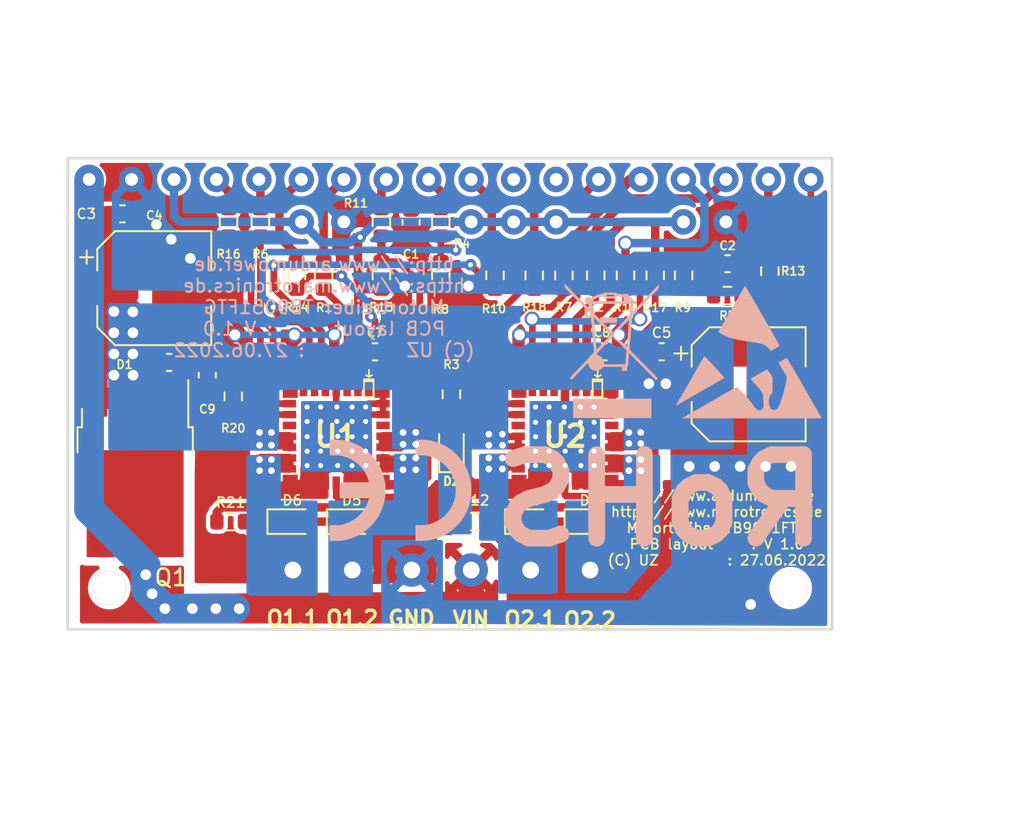
<source format=kicad_pcb>
(kicad_pcb (version 20220427) (generator pcbnew)
  (title_block (title "TB9051FTG Motortreiber") (date "2022-05-19") (rev "V1.0") (company "(C) Uwe Zimprich"))
  (layers (0 "F.Cu" signal) (31 "B.Cu" signal) (34 "B.Paste" user) (35 "F.Paste" user) (36 "B.SilkS" user "B.Silkscreen") (37 "F.SilkS" user "F.Silkscreen") (38 "B.Mask" user) (39 "F.Mask" user) (44 "Edge.Cuts" user))
  (net 0 "")
  (net 1 "GND")
  (net 2 "M1OUT1")
  (net 3 "M1OUT2")
  (net 4 "M2OUT1")
  (net 5 "M2OUT2")
  (net 6 "Net-(U3-M1D1)")
  (net 7 "Net-(U3-M2D1)")
  (net 8 "Net-(U2-OCM)")
  (net 9 "Net-(U1-OCM)")
  (net 10 "Net-(U3-M1IN1)")
  (net 11 "Net-(U3-M2IN1)")
  (net 12 "Net-(U3-EN)")
  (net 13 "EN")
  (net 14 "Net-(U2-DIAG)")
  (net 15 "Net-(D3-A)")
  (net 16 "Net-(D5-A)")
  (net 17 "Net-(U1-DIAG)")
  (net 18 "Net-(U3-M2nD2)")
  (net 27 "VOUT")
  (net 28 "M2_FB-18->U2-OCM-7")
  (net 29 "VIN")
  (net 30 "M2D1-16->U2-ENB-3")
  (net 31 "M2IN1-14->U2-PWM1-8")
  (net 32 "M2nSF-17->U2-DIAG-18")
  (net 33 "IORF")
  (net 34 "M2IN2-13->U2-PWM2-9")
  (net 35 "M2nD2-15->U2-OCC-1")
  (net 36 "M1FB-9->U1-OCM-7")
  (net 37 "M1D1-7->U1-ENB-3")
  (net 38 "M1IN1-5->U1-PWM1-8")
  (net 39 "M1nD2-6->U1-OCC-1")
  (net 40 "M1IN2-4->U1-PWM2-9")
  (net 41 "M1nSF-8->U1-DIAG-18")
  (net 42 "Net-(D1-A)")
  (net 43 "Net-(D2-A)")
  (net 44 "Net-(U3-M1nD2)")
  (net 45 "Net-(U3-M1IN2)")
  (net 46 "Net-(U3-M2IN2)")
  (footprint "Capacitor_SMD:C_0603_1608Metric" (layer "F.Cu") (at 160.655 78.867 90)
    (fp_text reference "C9")
    (fp_text value "100nF 50V " hide)
  )
  (footprint "Zimprich:mc33926_breakout_footprint" (layer "F.Cu") (at 148.5011 105.0036)
    (fp_text reference "U3" hide)
    (fp_text value "Motortreiber TB9051FTG" hide)
    (fp_line (start 3.81 -39.116) (end 49.53 -39.116) (stroke (width 0.15)) (layer "Edge.Cuts"))
    (fp_line (start 3.81 -10.922) (end 3.81 -39.116) (stroke (width 0.15)) (layer "Edge.Cuts"))
    (fp_line (start 49.53 -39.116) (end 49.53 -10.922) (stroke (width 0.15)) (layer "Edge.Cuts"))
    (fp_line (start 49.53 -10.922) (end 3.81 -10.922) (stroke (width 0.15)) (layer "Edge.Cuts"))
  )
  (footprint "Capacitor_SMD:C_0603_1608Metric" (layer "F.Cu") (at 158.369 78.105 180)
    (fp_text reference "D1")
    (fp_text value "ZENER 16.2V" hide)
  )
  (footprint "Capacitor_SMD:C_0603_1608Metric" (layer "F.Cu") (at 184.404 77.47 180)
    (fp_text reference "C8")
    (fp_text value "100nF 50V " hide)
  )
  (footprint "Capacitor_SMD:C_0603_1608Metric" (layer "F.Cu") (at 172.847 69.723 -90)
    (fp_text reference "C1")
    (fp_text value "470nF 25V" hide)
  )
  (footprint "Resistor_SMD:R_0603_1608Metric" (layer "F.Cu") (at 171.069 69.723 -90)
    (fp_text reference "R11")
    (fp_text value "1k" hide)
  )
  (footprint "Resistor_SMD:R_0603_1608Metric" (layer "F.Cu") (at 175.26 80.01 -90)
    (fp_text reference "R3")
    (fp_text value "4.7k" hide)
  )
  (footprint "Resistor_SMD:R_0603_1608Metric" (layer "F.Cu") (at 161.925 69.723 -90)
    (fp_text reference "R16")
    (fp_text value "1k" hide)
  )
  (footprint "Resistor_SMD:R_0603_1608Metric" (layer "F.Cu") (at 187.452 72.898 90)
    (fp_text reference "R17")
    (fp_text value "10k" hide)
  )
  (footprint "Resistor_SMD:R_0603_1608Metric" (layer "F.Cu") (at 189.1538 72.898 90)
    (fp_text reference "R9")
    (fp_text value "220" hide)
  )
  (footprint "Zimprich:TB9051FTG" (layer "F.Cu") (at 168.366378 82.524407 180)
    (fp_text reference "U1")
    (fp_text value "TB9051FTG" hide)
  )
  (footprint "Capacitor_SMD:C_0603_1608Metric" (layer "F.Cu") (at 191.78016 72.19696 180)
    (fp_text reference "C2")
    (fp_text value "470nF 25V" hide)
  )
  (footprint "Resistor_SMD:R_0603_1608Metric" (layer "F.Cu") (at 171.069 72.898 -90)
    (fp_text reference "R15")
    (fp_text value "10k" hide)
  )
  (footprint "Resistor_SMD:R_0603_1608Metric" (layer "F.Cu") (at 162.052 87.63 180)
    (fp_text reference "R21")
    (fp_text value "4.7k" hide)
  )
  (footprint "Capacitor_SMD:C_0603_1608Metric" (layer "F.Cu") (at 155.575 69.215)
    (fp_text reference "C3")
    (fp_text value "100nF 50V " hide)
  )
  (footprint "LED_SMD:LED_0603_1608Metric" (layer "F.Cu") (at 175.26 83.185 90)
    (fp_text reference "D2")
    (fp_text value "LED_Blau" hide)
  )
  (footprint "Resistor_SMD:R_0603_1608Metric" (layer "F.Cu") (at 180.213 72.898 -90)
    (fp_text reference "R18")
    (fp_text value "1k" hide)
  )
  (footprint "Resistor_SMD:R_0603_1608Metric" (layer "F.Cu") (at 165.989 72.898 -90)
    (fp_text reference "R14")
    (fp_text value "1k" hide)
  )
  (footprint "LED_SMD:LED_0603_1608Metric" (layer "F.Cu") (at 183.515 87.63)
    (fp_text reference "D3")
    (fp_text value "LED_Rot" hide)
  )
  (footprint "LED_SMD:LED_0603_1608Metric" (layer "F.Cu") (at 165.735 87.63)
    (fp_text reference "D6")
    (fp_text value "LED_Grün" hide)
  )
  (footprint "Resistor_SMD:R_0603_1608Metric" (layer "F.Cu") (at 167.6146 72.898 -90)
    (fp_text reference "R1")
    (fp_text value "1k" hide)
  )
  (footprint "Resistor_SMD:R_0603_1608Metric" (layer "F.Cu") (at 176.657 87.63 180)
    (fp_text reference "R12")
    (fp_text value "4.7k" hide)
  )
  (footprint "Resistor_SMD:R_0603_1608Metric" (layer "F.Cu") (at 163.83 69.723 -90)
    (fp_text reference "R6")
    (fp_text value "1k" hide)
  )
  (footprint "Resistor_SMD:R_0603_1608Metric" (layer "F.Cu") (at 174.625 72.898 -90)
    (fp_text reference "R8")
    (fp_text value "220" hide)
  )
  (footprint "Resistor_SMD:R_0603_1608Metric" (layer "F.Cu") (at 191.77 74.1045 180)
    (fp_text reference "R5")
    (fp_text value "1k" hide)
  )
  (footprint "Capacitor_SMD:C_0603_1608Metric" (layer "F.Cu") (at 170.688 77.47 180)
    (fp_text reference "C7")
    (fp_text value "100nF 50V " hide)
  )
  (footprint "Capacitor_SMD:CP_Elec_6.3x5.8" (layer "F.Cu") (at 193.040761 79.414191)
    (fp_text reference "C6")
    (fp_text value "47uF 50V" hide)
  )
  (footprint "Zimprich:TB9051FTG" (layer "F.Cu") (at 182.05133 82.524407 180)
    (fp_text reference "U2")
    (fp_text value "TB9051FTG" hide)
  )
  (footprint "Capacitor_SMD:CP_Elec_6.3x5.8" (layer "F.Cu") (at 157.48 73.66)
    (fp_text reference "C4")
    (fp_text value "47uF 50V" hide)
  )
  (footprint "LED_SMD:LED_0603_1608Metric" (layer "F.Cu") (at 179.959 87.63)
    (fp_text reference "D4")
    (fp_text value "LED_Grün" hide)
  )
  (footprint "Resistor_SMD:R_0603_1608Metric" (layer "F.Cu") (at 194.31 72.644 -90)
    (fp_text reference "R13")
    (fp_text value "220" hide)
  )
  (footprint "Resistor_SMD:R_0603_1608Metric" (layer "F.Cu") (at 181.991 72.898 -90)
    (fp_text reference "R7")
    (fp_text value "1k" hide)
  )
  (footprint "Resistor_SMD:R_0603_1608Metric" (layer "F.Cu") (at 177.86604 72.898 -90)
    (fp_text reference "R10")
    (fp_text value "1k" hide)
  )
  (footprint "Resistor_SMD:R_0603_1608Metric" (layer "F.Cu") (at 185.674 72.898 -90)
    (fp_text reference "R19")
    (fp_text value "1k" hide)
  )
  (footprint "Resistor_SMD:R_0603_1608Metric" (layer "F.Cu") (at 174.625 69.723 -90)
    (fp_text reference "R4")
    (fp_text value "1k" hide)
  )
  (footprint "Capacitor_SMD:C_0603_1608Metric" (layer "F.Cu") (at 187.833 77.47)
    (fp_text reference "C5")
    (fp_text value "100nF 50V " hide)
  )
  (footprint "LED_SMD:LED_0603_1608Metric" (layer "F.Cu") (at 169.291 87.63)
    (fp_text reference "D5")
    (fp_text value "LED_Rot" hide)
  )
  (footprint "Package_TO_SOT_SMD:TO-252-2" (layer "F.Cu") (at 156.337 84.455 -90)
    (fp_text reference "Q1")
    (fp_text value "D4185" hide)
  )
  (footprint "Resistor_SMD:R_0603_1608Metric" (layer "F.Cu") (at 162.2044 80.137 -90)
    (fp_text reference "R20")
    (fp_text value "100k" hide)
  )
  (footprint "Resistor_SMD:R_0603_1608Metric" (layer "F.Cu") (at 183.896 72.898 -90)
    (fp_text reference "R2")
    (fp_text value "1k" hide)
  )
  (footprint "Symbol:ESD-Logo_8.9x8mm_SilkScreen" (layer "B.Cu") (at 193.04 77.47 180)
    (fp_text reference "H2" hide)
    (fp_text value "ESD-Logo" hide)
  )
  (footprint "Symbol:WEEE-Logo_5.6x8mm_SilkScreen" (layer "B.Cu") (at 184.8612 77.4192 180)
    (fp_text reference "H1" hide)
    (fp_text value "WEEE-Logo" hide)
  )
  (footprint "Symbol:CE-Logo_8.5x6mm_SilkScreen" (layer "B.Cu") (at 172.212 85.7504 180)
    (fp_text reference "H3" hide)
    (fp_text value "CE-Logo" hide)
  )
  (gr_text "http://www.ardumower.de\nhttps://www.marotronics.de\nMotortreiber TB9051FTG\nPCB layout      : V 1.0\n(C) UZ          : 27.06.2022" (at 167.64 74.803) (layer "B.SilkS") (effects (font (size 0.8 0.8) (thickness 0.12)) (justify mirror)))
  (gr_text "RoHS" (at 187.7568 86.36) (layer "B.SilkS") (effects (font (size 5 5) (thickness 1) bold) (justify mirror)))
  (gr_text "O1.2" (at 169.3164 93.4212) (layer "F.SilkS") (effects (font (size 0.9 0.9) (thickness 0.2) bold)))
  (gr_text "O2.2" (at 183.5404 93.5228) (layer "F.SilkS") (effects (font (size 0.9 0.9) (thickness 0.2) bold)))
  (gr_text "VIN" (at 176.4284 93.472) (layer "F.SilkS") (effects (font (size 0.9 0.9) (thickness 0.2) bold)))
  (gr_text "GND" (at 172.8724 93.4212) (layer "F.SilkS") (effects (font (size 0.9 0.9) (thickness 0.2) bold)))
  (gr_text "O1.1" (at 165.7604 93.4212) (layer "F.SilkS") (effects (font (size 0.9 0.9) (thickness 0.2) bold)))
  (gr_text "O2.1" (at 179.9844 93.472) (layer "F.SilkS") (effects (font (size 0.9 0.9) (thickness 0.2) bold)))
  (gr_text "http://www.ardumower.de\nhttps://www.marotronics.de\nMotortreiber TB9051FTG\nPCB layout     : V 1.0\n(C) UZ         : 27.06.2022" (at 191.135 88.011) (layer "F.SilkS") (effects (font (size 0.6 0.6) (thickness 0.1) bold)))
  (segment (start 195.58 79.574952) (end 195.740761 79.414191) (width 1.524) (layer "F.Cu") (net 1))
  (segment (start 191.05516 72.19696) (end 191.44306 71.80906) (width 0.4) (layer "F.Cu") (net 1))
  (segment (start 182.75133 85.274407) (end 182.70133 85.324407) (width 0.508) (layer "F.Cu") (net 1))
  (segment (start 189.484 84.328) (end 195.58 84.328) (width 1.524) (layer "F.Cu") (net 1))
  (segment (start 167.716378 85.324407) (end 167.716378 83.174407) (width 0.4) (layer "F.Cu") (net 1))
  (segment (start 161.798 78.9056) (end 161.798 76.962) (width 0.762) (layer "F.Cu") (net 1))
  (segment (start 163.195 81.915) (end 163.195 80.01) (width 0.508) (layer "F.Cu") (net 1))
  (segment (start 189.1538 72.22928) (end 190.99784 72.22928) (width 0.254) (layer "F.Cu") (net 1))
  (segment (start 185.179 76.568) (end 185.293 76.454) (width 0.4) (layer "F.Cu") (net 1))
  (segment (start 184.00133 80.574407) (end 182.05133 82.524407) (width 0.508) (layer "F.Cu") (net 1))
  (segment (start 172.8851 87.8459) (end 175.26 85.471) (width 1.27) (layer "F.Cu") (net 1))
  (segment (start 195.740761 77.757761) (end 195.740761 79.414191) (width 0.762) (layer "F.Cu") (net 1))
  (segment (start 172.396 70.047) (end 172.974 70.625) (width 0.4) (layer "F.Cu") (net 1))
  (segment (start 162.941 78.486) (end 162.941 77.089) (width 0.762) (layer "F.Cu") (net 1))
  (segment (start 165.616378 85.274407) (end 165.165785 85.725) (width 0.508) (layer "F.Cu") (net 1))
  (segment (start 172.8851 90.5256) (end 172.8851 87.8459) (width 1.27) (layer "F.Cu") (net 1))
  (segment (start 184.00133 84.56033) (end 183.896 84.455) (width 0.508) (layer "F.Cu") (net 1))
  (segment (start 184.85133 81.224407) (end 184.85133 80.574407) (width 0.508) (layer "F.Cu") (net 1))
  (segment (start 167.716378 85.324407) (end 167.066378 85.324407) (width 0.4) (layer "F.Cu") (net 1))
  (segment (start 162.497 79.312) (end 162.2044 79.312) (width 0.508) (layer "F.Cu") (net 1))
  (segment (start 185.179 77.47) (end 185.179 76.568) (width 0.4) (layer "F.Cu") (net 1))
  (segment (start 162.56 82.55) (end 163.195 81.915) (width 0.508) (layer "F.Cu") (net 1))
  (segment (start 175.26 85.471) (end 175.26 83.9725) (width 1.27) (layer "F.Cu") (net 1))
  (segment (start 176.561907 85.274407) (end 175.26 83.9725) (width 0.4) (layer "F.Cu") (net 1))
  (segment (start 166.416378 85.324407) (end 165.666378 85.324407) (width 0.4) (layer "F.Cu") (net 1))
  (segment (start 162.941 77.089) (end 162.687 76.835) (width 0.762) (layer "F.Cu") (net 1))
  (segment (start 170.316378 85.324407) (end 170.316378 84.474407) (width 0.4) (layer "F.Cu") (net 1))
  (segment (start 191.6811 69.6976) (end 191.6811 71.54602) (width 0.254) (layer "F.Cu") (net 1))
  (segment (start 171.463 75.298) (end 172.466 74.295) (width 0.4) (layer "F.Cu") (net 1))
  (segment (start 168.366378 80.482378) (end 168.402 80.518) (width 0.4) (layer "F.Cu") (net 1))
  (segment (start 184.85133 80.574407) (end 184.85133 79.824407) (width 0.508) (layer "F.Cu") (net 1))
  (segment (start 166.416378 84.474407) (end 168.366378 82.524407) (width 0.4) (layer "F.Cu") (net 1))
  (segment (start 171.166378 81.224407) (end 169.666378 81.224407) (width 0.4) (layer "F.Cu") (net 1))
  (segment (start 181.40133 85.324407) (end 181.40133 84.75433) (width 0.508) (layer "F.Cu") (net 1))
  (segment (start 179.30133 76.485) (end 179.33233 76.454) (width 0.4) (layer "F.Cu") (net 1))
  (segment (start 171.166378 80.574407) (end 170.316378 80.574407) (width 0.4) (layer "F.Cu") (net 1))
  (segment (start 168.366378 79.724407) (end 168.366378 76.573) (width 0.4) (layer "F.Cu") (net 1))
  (segment (start 161.798 76.962) (end 162.306 76.454) (width 0.762) (layer "F.Cu") (net 1))
  (segment (start 167.066378 85.324407) (end 166.416378 85.324407) (width 0.4) (layer "F.Cu") (net 1))
  (segment (start 171.166378 81.224407) (end 171.166378 80.574407) (width 0.4) (layer "F.Cu") (net 1))
  (segment (start 195.453 77.47) (end 195.740761 77.757761) (width 0.762) (layer "F.Cu") (net 1))
  (segment (start 191.44306 71.80906) (end 191.6811 71.57102) (width 0.4) (layer "F.Cu") (net 1))
  (segment (start 170.316378 84.474407) (end 168.366378 82.524407) (width 0.4) (layer "F.Cu") (net 1))
  (segment (start 172.974 72.072) (end 174.625 73.723) (width 0.4) (layer "F.Cu") (net 1))
  (segment (start 171.463 79.427785) (end 171.116378 79.774407) (width 0.4) (layer "F.Cu") (net 1))
  (segment (start 165.616378 76.699622) (end 165.862 76.454) (width 0.4) (layer "F.Cu") (net 1))
  (segment (start 191.44306 71.80906) (end 191.68416 71.56796) (width 0.4) (layer "F.Cu") (net 1))
  (segment (start 162.2044 79.312) (end 161.798 78.9056) (width 0.762) (layer "F.Cu") (net 1))
  (segment (start 180.75133 85.324407) (end 180.75133 84.80567) (width 0.508) (layer "F.Cu") (net 1))
  (segment (start 163.195 80.01) (end 162.497 79.312) (width 0.508) (layer "F.Cu") (net 1))
  (segment (start 179.30133 85.274407) (end 176.561907 85.274407) (width 0.4) (layer "F.Cu") (net 1))
  (segment (start 161.8744 79.642) (end 162.2044 79.312) (width 0.762) (layer "F.Cu") (net 1))
  (segment (start 171.463 77.47) (end 171.463 79.427785) (width 0.4) (layer "F.Cu") (net 1))
  (segment (start 189.1538 72.073) (end 190.8812 72.073) (width 0.4) (layer "F.Cu") (net 1))
  (segment (start 162.306 79.2104) (end 162.2044 79.312) (width 0.762) (layer "F.Cu") (net 1))
  (segment (start 180.10133 85.324407) (end 180.10133 84.56667) (width 0.508) (layer "F.Cu") (net 1))
  (segment (start 168.366378 79.724407) (end 168.366378 80.482378) (width 0.4) (layer "F.Cu") (net 1))
  (segment (start 162.306 75.184) (end 162.306 79.2104) (width 0.762) (layer "F.Cu") (net 1))
  (segment (start 165.165785 85.725) (end 162.56 85.725) (width 0.508) (layer "F.Cu") (net 1))
  (segment (start 170.316378 85.324407) (end 171.066378 85.324407) (width 0.4) (layer "F.Cu") (net 1))
  (segment (start 191.6811 71.57102) (end 191.6811 69.6976) (width 0.4) (layer "F.Cu") (net 1))
  (segment (start 182.05133 79.724407) (end 182.05133 81.47367) (width 0.508) (layer "F.Cu") (net 1))
  (segment (start 172.396 70.047) (end 172.847 70.498) (width 0.4) (layer "F.Cu") (net 1))
  (segment (start 168.84602 69.72252) (end 172.07152 69.72252) (width 0.4) (layer "F.Cu") (net 1))
  (segment (start 179.30133 79.774407) (end 179.30133 76.485) (width 0.4) (layer "F.Cu") (net 1))
  (segment (start 180.10133 84.56667) (end 180.213 84.455) (width 0.508) (layer "F.Cu") (net 1))
  (segment (start 195.58 84.328) (end 195.58 79.574952) (width 1.524) (layer "F.Cu") (net 1))
  (segment (start 180.75133 84.80567) (end 181.102 84.455) (width 0.508) (layer "F.Cu") (net 1))
  (segment (start 156.1211 68.3641) (end 160.18 72.423) (width 1.27) (layer "F.Cu") (net 1))
  (segment (start 183.35133 85.324407) (end 183.35133 83.824407) (width 0.508) (layer "F.Cu") (net 1))
  (segment (start 171.166378 80.574407) (end 171.166378 79.824407) (width 0.4) (layer "F.Cu") (net 1))
  (segment (start 182.70133 84.76067) (end 183.007 84.455) (width 0.508) (layer "F.Cu") (net 1))
  (segment (start 184.85133 80.574407) (end 184.00133 80.574407) (width 0.508) (layer "F.Cu") (net 1))
  (segment (start 184.00133 85.324407) (end 184.00133 84.56033) (width 0.508) (layer "F.Cu") (net 1))
  (segment (start 165.616378 79.774407) (end 165.616378 76.699622) (width 0.4) (layer "F.Cu") (net 1))
  (segment (start 160.18 72.423) (end 160.18 73.66) (width 1.27) (layer "F.Cu") (net 1))
  (segment (start 172.07152 69.72252) (end 172.396 70.047) (width 0.4) (layer "F.Cu") (net 1))
  (segment (start 169.666378 85.324407) (end 170.316378 85.324407) (width 0.4) (layer "F.Cu") (net 1))
  (segment (start 181.40133 84.75433) (end 181.102 84.455) (width 0.508) (layer "F.Cu") (net 1))
  (segment (start 169.666378 85.324407) (end 169.666378 83.824407) (width 0.4) (layer "F.Cu") (net 1))
  (segment (start 160.782 73.66) (end 162.306 75.184) (width 0.762) (layer "F.Cu") (net 1))
  (segment (start 171.463 77.47) (end 171.463 75.298) (width 0.4) (layer "F.Cu") (net 1))
  (segment (start 169.016378 85.324407) (end 169.666378 85.324407) (width 0.4) (layer "F.Cu") (net 1))
  (segment (start 162.2044 79.312) (end 162.941 78.5754) (width 0.762) (layer "F.Cu") (net 1))
  (segment (start 174.625 73.723) (end 176.086 73.723) (width 0.508) (layer "F.Cu") (net 1))
  (segment (start 172.466 74.295) (end 172.466 73.533) (width 0.4) (layer "F.Cu") (net 1))
  (segment (start 176.086 73.723) (end 176.276 73.533) (width 0.508) (layer "F.Cu") (net 1))
  (segment (start 156.1211 67.1576) (end 156.1211 68.3641) (width 1.27) (layer "F.Cu") (net 1))
  (segment (start 185.179 77.47) (end 185.179 79.396737) (width 0.4) (layer "F.Cu") (net 1))
  (segment (start 162.941 78.5754) (end 162.941 78.486) (width 0.762) (layer "F.Cu") (net 1))
  (segment (start 160.655 79.642) (end 161.8744 79.642) (width 0.762) (layer "F.Cu") (net 1))
  (segment (start 184.85133 81.224407) (end 183.35133 81.224407) (width 0.508) (layer "F.Cu") (net 1))
  (segment (start 191.6811 71.54602) (end 191.68416 71.54908) (width 0.254) (layer "F.Cu") (net 1))
  (segment (start 182.70133 85.324407) (end 182.70133 84.76067) (width 0.508) (layer "F.Cu") (net 1))
  (segment (start 191.68416 71.54908) (end 191.68416 71.56796) (width 0.254) (layer "F.Cu") (net 1))
  (segment (start 170.316378 80.574407) (end 168.366378 82.524407) (width 0.4) (layer "F.Cu") (net 1))
  (segment (start 188.608 77.47) (end 195.453 77.47) (width 0.762) (layer "F.Cu") (net 1))
  (segment (start 172.974 70.625) (end 172.974 72.072) (width 0.4) (layer "F.Cu") (net 1))
  (segment (start 162.306 75.786) (end 162.306 76.454) (width 0.4) (layer "F.Cu") (net 1))
  (segment (start 185.179 79.396737) (end 184.80133 79.774407) (width 0.4) (layer "F.Cu") (net 1))
  (segment (start 162.56 85.725) (end 162.56 82.55) (width 0.508) (layer "F.Cu") (net 1))
  (segment (start 181.40133 85.324407) (end 179.35133 85.324407) (width 0.508) (layer "F.Cu") (net 1))
  (segment (start 169.016378 85.324407) (end 169.016378 83.174407) (width 0.4) (layer "F.Cu") (net 1))
  (segment (start 166.416378 85.324407) (end 166.416378 84.474407) (width 0.4) (layer "F.Cu") (net 1))
  (segment (start 184.80133 85.274407) (end 182.75133 85.274407) (width 0.508) (layer "F.Cu") (net 1))
  (segment (start 167.066378 85.324407) (end 167.066378 83.824407) (width 0.4) (layer "F.Cu") (net 1))
  (segment (start 168.366378 76.573) (end 168.247378 76.454) (width 0.4) (layer "F.Cu") (net 1))
  (via (at 189.484 84.328) (size 0.889) (drill 0.635) (layers "F.Cu" "B.Cu") (net 1))
  (via (at 162.306 76.454) (size 0.889) (drill 0.635) (layers "F.Cu" "B.Cu") (net 1))
  (via (at 157.607 69.85) (size 0.889) (drill 0.635) (layers "F.Cu" "B.Cu") (net 1))
  (via (at 182.9816 80.772) (size 0.7) (drill 0.3) (layers "F.Cu" "B.Cu") (net 1))
  (via (at 181.102 84.2772) (size 0.7) (drill 0.3) (layers "F.Cu" "B.Cu") (net 1))
  (via (at 181.102 81.6864) (size 0.7) (drill 0.3) (layers "F.Cu" "B.Cu") (net 1))
  (via (at 183.7944 83.4136) (size 0.7) (drill 0.3) (layers "F.Cu" "B.Cu") (net 1))
  (via (at 181.102 83.4136) (size 0.7) (drill 0.3) (layers "F.Cu" "B.Cu") (net 1))
  (via (at 168.4528 83.4136) (size 0.7) (drill 0.3) (layers "F.Cu" "B.Cu") (net 1))
  (via (at 181.991 81.6864) (size 0.7) (drill 0.3) (layers "F.Cu" "B.Cu") (net 1))
  (via (at 166.624 82.55) (size 0.7) (drill 0.3) (layers "F.Cu" "B.Cu") (net 1))
  (via (at 182.9816 81.6864) (size 0.7) (drill 0.3) (layers "F.Cu" "B.Cu") (net 1))
  (via (at 167.4368 82.55) (size 0.7) (drill 0.3) (layers "F.Cu" "B.Cu") (net 1))
  (via (at 170.1292 82.55) (size 0.7) (drill 0.3) (layers "F.Cu" "B.Cu") (net 1))
  (via (at 170.1292 80.772) (size 0.7) (drill 0.3) (layers "F.Cu" "B.Cu") (net 1))
  (via (at 193.167 92.583) (size 0.889) (drill 0.635) (layers "F.Cu" "B.Cu") (net 1))
  (via (at 183.007 83.4136) (size 0.7) (drill 0.3) (layers "F.Cu" "B.Cu") (net 1))
  (via (at 168.247378 76.454) (size 0.889) (drill 0.635) (layers "F.Cu" "B.Cu") (net 1))
  (via (at 169.3164 82.55) (size 0.7) (drill 0.3) (layers "F.Cu" "B.Cu") (net 1))
  (via (at 169.3164 83.4136) (size 0.7) (drill 0.3) (layers "F.Cu" "B.Cu") (net 1))
  (via (at 194.056 84.328) (size 0.889) (drill 0.635) (layers "F.Cu" "B.Cu") (net 1))
  (via (at 170.1292 81.6356) (size 0.7) (drill 0.3) (layers "F.Cu" "B.Cu") (net 1))
  (via (at 168.402 81.6356) (size 0.7) (drill 0.3) (layers "F.Cu" "B.Cu") (net 1))
  (via (at 168.402 80.772) (size 0.7) (drill 0.3) (layers "F.Cu" "B.Cu") (net 1))
  (via (at 166.624 81.6356) (size 0.7) (drill 0.3) (layers "F.Cu" "B.Cu") (net 1))
  (via (at 182.0164 80.772) (size 0.7) (drill 0.3) (layers "F.Cu" "B.Cu") (net 1))
  (via (at 182.05133 82.524407) (size 0.7) (drill 0.3) (layers "F.Cu" "B.Cu") (net 1))
  (via (at 180.2892 81.6864) (size 0.7) (drill 0.3) (layers "F.Cu" "B.Cu") (net 1))
  (via (at 191.008 84.328) (size 0.889) (drill 0.635) (layers "F.Cu" "B.Cu") (net 1))
  (via (at 195.58 84.328) (size 0.889) (drill 0.635) (layers "F.Cu" "B.Cu") (net 1))
  (via (at 180.2892 82.55) (size 0.7) (drill 0.3) (layers "F.Cu" "B.Cu") (net 1))
  (via (at 176.276 73.533) (size 0.889) (drill 0.635) (layers "F.Cu" "B.Cu") (net 1))
  (via (at 181.102 80.772) (size 0.7) (drill 0.3) (layers "F.Cu" "B.Cu") (net 1))
  (via (at 169.3164 84.2772) (size 0.7) (drill 0.3) (layers "F.Cu" "B.Cu") (net 1))
  (via (at 185.293 76.454) (size 0.889) (drill 0.635) (layers "F.Cu" "B.Cu") (net 1))
  (via (at 183.7944 84.2772) (size 0.7) (drill 0.3) (layers "F.Cu" "B.Cu") (net 1))
  (via (at 172.466 73.533) (size 0.889) (drill 0.635) (layers "F.Cu" "B.Cu") (net 1))
  (via (at 169.3164 81.6356) (size 0.7) (drill 0.3) (layers "F.Cu" "B.Cu") (net 1))
  (via (at 166.624 80.772) (size 0.7) (drill 0.3) (layers "F.Cu" "B.Cu") (net 1))
  (via (at 168.4528 82.524407) (size 0.7) (drill 0.3) (layers "F.Cu" "B.Cu") (net 1))
  (via (at 182.0672 84.2772) (size 0.7) (drill 0.3) (layers "F.Cu" "B.Cu") (net 1))
  (via (at 183.7944 80.772) (size 0.7) (drill 0.3) (layers "F.Cu" "B.Cu") (net 1))
  (via (at 170.1292 84.2772) (size 0.7) (drill 0.3) (layers "F.Cu" "B.Cu") (net 1))
  (via (at 165.862 76.454) (size 0.889) (drill 0.635) (layers "F.Cu" "B.Cu") (net 1))
  (via (at 167.4368 80.772) (size 0.7) (drill 0.3) (layers "F.Cu" "B.Cu") (net 1))
  (via (at 167.4368 83.4136) (size 0.7) (drill 0.3) (layers "F.Cu" "B.Cu") (net 1))
  (via (at 167.4368 81.6356) (size 0.7) (drill 0.3) (layers "F.Cu" "B.Cu") (net 1))
  (via (at 159.639 71.882) (size 0.889) (drill 0.635) (layers "F.Cu" "B.Cu") (net 1))
  (via (at 168.4528 84.2772) (size 0.7) (drill 0.3) (layers "F.Cu" "B.Cu") (net 1))
  (via (at 180.2892 83.4136) (size 0.7) (drill 0.3) (layers "F.Cu" "B.Cu") (net 1))
  (via (at 183.7944 81.6864) (size 0.7) (drill 0.3) (layers "F.Cu" "B.Cu") (net 1))
  (via (at 167.4368 84.2772) (size 0.7) (drill 0.3) (layers "F.Cu" "B.Cu") (net 1))
  (via (at 180.2892 80.772) (size 0.7) (drill 0.3) (layers "F.Cu" "B.Cu") (net 1))
  (via (at 169.3164 80.772) (size 0.7) (drill 0.3) (layers "F.Cu" "B.Cu") (net 1))
  (via (at 183.7944 82.55) (size 0.7) (drill 0.3) (layers "F.Cu" "B.Cu") (net 1))
  (via (at 192.532 84.328) (size 0.889) (drill 0.635) (layers "F.Cu" "B.Cu") (net 1))
  (via (at 158.496 70.739) (size 0.889) (drill 0.635) (layers "F.Cu" "B.Cu") (net 1))
  (via (at 181.102 82.55) (size 0.7) (drill 0.3) (layers "F.Cu" "B.Cu") (net 1))
  (via (at 166.624 83.4136) (size 0.7) (drill 0.3) (layers "F.Cu" "B.Cu") (net 1))
  (via (at 166.624 84.2772) (size 0.7) (drill 0.3) (layers "F.Cu" "B.Cu") (net 1))
  (via (at 183.007 82.55) (size 0.7) (drill 0.3) (layers "F.Cu" "B.Cu") (net 1))
  (via (at 180.2892 84.2772) (size 0.7) (drill 0.3) (layers "F.Cu" "B.Cu") (net 1))
  (via (at 170.1292 83.4136) (size 0.7) (drill 0.3) (layers "F.Cu" "B.Cu") (net 1))
  (via (at 183.007 84.2772) (size 0.7) (drill 0.3) (layers "F.Cu" "B.Cu") (net 1))
  (via (at 182.0672 83.4136) (size 0.7) (drill 0.3) (layers "F.Cu" "B.Cu") (net 1))
  (via (at 179.33233 76.454) (size 0.889) (drill 0.635) (layers "F.Cu" "B.Cu") (net 1))
  (segment (start 162.306 76.454) (end 168.247378 76.454) (width 0.4) (layer "B.Cu") (net 1))
  (segment (start 179.33233 76.454) (end 185.293 76.454) (width 0.4) (layer "B.Cu") (net 1))
  (segment (start 165.566378 83.824407) (end 165.566378 84.166422) (width 0.508) (layer "F.Cu") (net 2))
  (segment (start 165.7726 90.5256) (end 162.877 87.63) (width 0.508) (layer "F.Cu") (net 2))
  (segment (start 163.876393 83.824407) (end 163.7792 83.9216) (width 0.508) (layer "F.Cu") (net 2))
  (segment (start 165.566378 84.166422) (end 163.889978 84.166422) (width 0.508) (layer "F.Cu") (net 2))
  (segment (start 163.7792 84.582) (end 163.915304 84.445896) (width 0.508) (layer "F.Cu") (net 2))
  (segment (start 165.566378 84.166422) (end 165.566378 84.445896) (width 0.508) (layer "F.Cu") (net 2))
  (segment (start 163.915304 84.445896) (end 165.566378 84.445896) (width 0.508) (layer "F.Cu") (net 2))
  (segment (start 165.566378 83.824407) (end 163.876393 83.824407) (width 0.508) (layer "F.Cu") (net 2))
  (segment (start 163.889978 84.166422) (end 163.8808 84.1756) (width 0.508) (layer "F.Cu") (net 2))
  (via (at 163.7792 84.582) (size 0.5) (drill 0.4) (layers "F.Cu" "B.Cu") (net 2))
  (via (at 163.7792 83.9216) (size 0.5) (drill 0.4) (layers "F.Cu" "B.Cu") (net 2))
  (via (at 164.4904 84.582) (size 0.5) (drill 0.4) (layers "F.Cu" "B.Cu") (net 2))
  (via (at 164.4904 83.9216) (size 0.5) (drill 0.4) (layers "F.Cu" "B.Cu") (net 2))
  (segment (start 163.7792 83.9216) (end 163.7792 84.582) (width 0.4) (layer "B.Cu") (net 2))
  (segment (start 164.4904 84.582) (end 163.7792 84.582) (width 0.4) (layer "B.Cu") (net 2))
  (segment (start 164.4904 84.582) (end 164.4904 89.2429) (width 0.762) (layer "B.Cu") (net 2))
  (segment (start 164.4904 83.9216) (end 163.7792 83.9216) (width 0.4) (layer "B.Cu") (net 2))
  (segment (start 164.4904 84.582) (end 164.4904 83.9216) (width 0.4) (layer "B.Cu") (net 2))
  (segment (start 164.4904 89.2429) (end 165.7731 90.5256) (width 0.762) (layer "B.Cu") (net 2))
  (segment (start 171.166378 84.474407) (end 171.166378 84.154422) (width 0.4) (layer "F.Cu") (net 3))
  (segment (start 172.2628 83.9216) (end 171.263571 83.9216) (width 0.508) (layer "F.Cu") (net 3))
  (segment (start 169.3291 90.5256) (end 169.3291 88.4556) (width 0.508) (layer "F.Cu") (net 3))
  (segment (start 169.3291 88.4556) (end 168.5035 87.63) (width 0.508) (layer "F.Cu") (net 3))
  (segment (start 171.263571 83.9216) (end 171.166378 83.824407) (width 0.508) (layer "F.Cu") (net 3))
  (segment (start 171.166378 84.474407) (end 172.307607 84.474407) (width 0.4) (layer "F.Cu") (net 3))
  (segment (start 172.3644 83.82) (end 172.2628 83.9216) (width 0.508) (layer "F.Cu") (net 3))
  (segment (start 171.166378 84.154422) (end 171.166378 83.824407) (width 0.4) (layer "F.Cu") (net 3))
  (segment (start 168.5035 87.63) (end 166.5225 87.63) (width 0.508) (layer "F.Cu") (net 3))
  (segment (start 172.307607 84.474407) (end 172.3644 84.5312) (width 0.4) (layer "F.Cu") (net 3))
  (via (at 172.3644 84.5312) (size 0.5) (drill 0.4) (layers "F.Cu" "B.Cu") (net 3))
  (via (at 173.1264 83.82) (size 0.5) (drill 0.4) (layers "F.Cu" "B.Cu") (net 3))
  (via (at 172.3644 83.82) (size 0.5) (drill 0.4) (layers "F.Cu" "B.Cu") (net 3))
  (via (at 173.1264 84.5312) (size 0.5) (drill 0.4) (layers "F.Cu" "B.Cu") (net 3))
  (segment (start 172.3644 84.5312) (end 172.3644 83.82) (width 0.508) (layer "B.Cu") (net 3))
  (segment (start 172.34535 87.50935) (end 173.1264 86.7283) (width 0.762) (layer "B.Cu") (net 3))
  (segment (start 169.3291 88.4809) (end 170.30065 87.50935) (width 0.762) (layer "B.Cu") (net 3))
  (segment (start 170.30065 87.50935) (end 172.34535 87.50935) (width 0.762) (layer "B.Cu") (net 3))
  (segment (start 172.3644 83.8454) (end 173.1518 83.8454) (width 0.4) (layer "B.Cu") (net 3))
  (segment (start 169.3291 90.5256) (end 169.3291 88.4809) (width 0.762) (layer "B.Cu") (net 3))
  (segment (start 173.1264 84.5312) (end 173.1264 83.82) (width 0.4) (layer "B.Cu") (net 3))
  (segment (start 172.3644 84.5058) (end 173.1518 84.5058) (width 0.4) (layer "B.Cu") (net 3))
  (segment (start 173.1264 86.7283) (end 173.1264 84.5312) (width 0.762) (layer "B.Cu") (net 3))
  (segment (start 178.308 83.82) (end 177.4952 83.82) (width 0.508) (layer "F.Cu") (net 4))
  (segment (start 177.482 87.63) (end 177.482 88.0105) (width 0.254) (layer "F.Cu") (net 4))
  (segment (start 179.25133 83.824407) (end 178.312407 83.824407) (width 0.508) (layer "F.Cu") (net 4))
  (segment (start 177.4952 84.2264) (end 179.324 84.2264) (width 0.508) (layer "F.Cu") (net 4))
  (segment (start 178.308 84.4804) (end 178.308 83.82) (width 0.508) (layer "F.Cu") (net 4))
  (segment (start 178.312407 83.824407) (end 178.308 83.82) (width 0.508) (layer "F.Cu") (net 4))
  (segment (start 179.9971 90.5256) (end 177.482 88.0105) (width 0.508) (layer "F.Cu") (net 4))
  (segment (start 178.308 84.4804) (end 177.4952 84.4804) (width 0.508) (layer "F.Cu") (net 4))
  (segment (start 177.4952 84.4804) (end 177.4952 84.2264) (width 0.508) (layer "F.Cu") (net 4))
  (segment (start 177.4952 84.2264) (end 177.4952 83.82) (width 0.508) (layer "F.Cu") (net 4))
  (via (at 178.308 83.82) (size 0.5) (drill 0.4) (layers "F.Cu" "B.Cu") (net 4))
  (via (at 177.4952 83.82) (size 0.5) (drill 0.4) (layers "F.Cu" "B.Cu") (net 4))
  (via (at 177.4952 84.4804) (size 0.5) (drill 0.4) (layers "F.Cu" "B.Cu") (net 4))
  (via (at 178.308 84.4804) (size 0.5) (drill 0.4) (layers "F.Cu" "B.Cu") (net 4))
  (segment (start 177.4952 84.4804) (end 177.4952 86.2076) (width 0.508) (layer "B.Cu") (net 4))
  (segment (start 179.9971 88.7095) (end 179.9971 90.5256) (width 0.508) (layer "B.Cu") (net 4))
  (segment (start 178.308 84.4804) (end 178.308 87.0204) (width 0.508) (layer "B.Cu") (net 4))
  (segment (start 177.4952 86.2076) (end 178.816 87.5284) (width 0.508) (layer "B.Cu") (net 4))
  (segment (start 178.308 87.0204) (end 178.816 87.5284) (width 0.508) (layer "B.Cu") (net 4))
  (segment (start 178.816 87.5284) (end 179.9971 88.7095) (width 0.508) (layer "B.Cu") (net 4))
  (segment (start 183.5531 88.4556) (end 182.7275 87.63) (width 0.508) (layer "F.Cu") (net 5))
  (segment (start 185.8772 84.582) (end 185.8772 83.9216) (width 0.508) (layer "F.Cu") (net 5))
  (segment (start 185.8772 84.582) (end 186.5884 84.582) (width 0.4) (layer "F.Cu") (net 5))
  (segment (start 183.5531 90.5256) (end 183.5531 88.4556) (width 0.508) (layer "F.Cu") (net 5))
  (segment (start 185.780007 83.824407) (end 185.8772 83.9216) (width 0.4) (layer "F.Cu") (net 5))
  (segment (start 185.8772 83.9216) (end 186.5884 83.9216) (width 0.4) (layer "F.Cu") (net 5))
  (segment (start 184.85133 83.824407) (end 185.780007 83.824407) (width 0.4) (layer "F.Cu") (net 5))
  (segment (start 180.7465 87.63) (end 182.7275 87.63) (width 0.508) (layer "F.Cu") (net 5))
  (segment (start 184.85133 84.474407) (end 185.769607 84.474407) (width 0.4) (layer "F.Cu") (net 5))
  (segment (start 184.85133 84.16007) (end 184.85133 83.824407) (width 0.4) (layer "F.Cu") (net 5))
  (segment (start 184.85133 84.474407) (end 184.85133 84.16007) (width 0.4) (layer "F.Cu") (net 5))
  (segment (start 185.769607 84.474407) (end 185.8772 84.582) (width 0.4) (layer "F.Cu") (net 5))
  (via (at 186.5884 83.9216) (size 0.5) (drill 0.4) (layers "F.Cu" "B.Cu") (net 5))
  (via (at 185.8772 83.9216) (size 0.5) (drill 0.4) (layers "F.Cu" "B.Cu") (net 5))
  (via (at 185.8772 84.582) (size 0.5) (drill 0.4) (layers "F.Cu" "B.Cu") (net 5))
  (via (at 186.5884 84.582) (size 0.5) (drill 0.4) (layers "F.Cu" "B.Cu") (net 5))
  (segment (start 186.5884 84.582) (end 186.5884 89.2048) (width 0.762) (layer "B.Cu") (net 5))
  (segment (start 186.5884 83.9216) (end 186.5884 84.582) (width 0.4) (layer "B.Cu") (net 5))
  (segment (start 185.2676 90.5256) (end 183.5531 90.5256) (width 0.762) (layer "B.Cu") (net 5))
  (segment (start 186.5884 89.2048) (end 185.2676 90.5256) (width 0.762) (layer "B.Cu") (net 5))
  (segment (start 167.6146 72.073) (end 167.6146 68.3641) (width 0.508) (layer "F.Cu") (net 6))
  (segment (start 167.6146 68.3641) (end 168.8211 67.1576) (width 0.508) (layer "F.Cu") (net 6))
  (segment (start 185.783607 68.298111) (end 190.540589 68.298111) (width 0.508) (layer "F.Cu") (net 7))
  (segment (start 183.896 70.185718) (end 185.783607 68.298111) (width 0.508) (layer "F.Cu") (net 7))
  (segment (start 183.896 72.073) (end 183.896 70.185718) (width 0.508) (layer "F.Cu") (net 7))
  (segment (start 190.540589 68.298111) (end 191.6811 67.1576) (width 0.508) (layer "F.Cu") (net 7))
  (segment (start 186.5376 73.2028) (end 186.7916 72.9488) (width 0.4) (layer "F.Cu") (net 8))
  (segment (start 188.3796 72.9488) (end 189.1538 73.723) (width 0.4) (layer "F.Cu") (net 8))
  (segment (start 180.10133 79.724407) (end 180.10133 75.51933) (width 0.4) (layer "F.Cu") (net 8))
  (segment (start 186.7916 72.9488) (end 186.7027 73.0377) (width 0.254) (layer "F.Cu") (net 8))
  (segment (start 186.5376 73.2028) (end 186.7027 73.0377) (width 0.4) (layer "F.Cu") (net 8))
  (segment (start 180.10133 75.51933) (end 180.086 75.504) (width 0.4) (layer "F.Cu") (net 8))
  (segment (start 190.5635 73.723) (end 190.945 74.1045) (width 0.4) (layer "F.Cu") (net 8))
  (segment (start 189.1538 73.723) (end 190.5635 73.723) (width 0.4) (layer "F.Cu") (net 8))
  (segment (start 186.7916 72.9488) (end 188.3796 72.9488) (width 0.4) (layer "F.Cu") (net 8))
  (segment (start 186.5376 73.2028) (end 186.5376 75.504) (width 0.4) (layer "F.Cu") (net 8))
  (via (at 180.086 75.504) (size 0.889) (drill 0.635) (layers "F.Cu" "B.Cu") (net 8))
  (via (at 186.5376 75.504) (size 0.889) (drill 0.635) (layers "F.Cu" "B.Cu") (net 8))
  (segment (start 186.4004 75.6412) (end 186.5376 75.504) (width 0.4) (layer "B.Cu") (net 8))
  (segment (start 180.2232 75.6412) (end 186.4004 75.6412) (width 0.4) (layer "B.Cu") (net 8))
  (segment (start 180.086 75.504) (end 180.2232 75.6412) (width 0.4) (layer "B.Cu") (net 8))
  (segment (start 174.625 71.247) (end 174.625 70.548) (width 0.4) (layer "F.Cu") (net 9))
  (segment (start 165.107001 75.684999) (end 166.180532 75.684999) (width 0.4) (layer "F.Cu") (net 9))
  (segment (start 164.592 74.803) (end 165.107001 75.684999) (width 0.4) (layer "F.Cu") (net 9))
  (segment (start 166.758001 77.026532) (end 166.416378 77.368155) (width 0.4) (layer "F.Cu") (net 9))
  (segment (start 166.416378 77.368155) (end 166.416378 79.724407) (width 0.4) (layer "F.Cu") (net 9))
  (segment (start 174.625 71.247) (end 175.387 71.247) (width 0.4) (layer "F.Cu") (net 9))
  (segment (start 175.387 71.247) (end 175.514 71.374) (width 0.4) (layer "F.Cu") (net 9))
  (segment (start 174.625 72.073) (end 174.625 71.247) (width 0.4) (layer "F.Cu") (net 9))
  (segment (start 166.180532 75.684999) (end 166.758001 76.262468) (width 0.4) (layer "F.Cu") (net 9))
  (segment (start 166.758001 76.262468) (end 166.758001 77.026532) (width 0.4) (layer "F.Cu") (net 9))
  (via (at 164.592 74.803) (size 0.7) (drill 0.3) (layers "F.Cu" "B.Cu") (net 9))
  (via (at 175.514 71.374) (size 0.7) (drill 0.3) (layers "F.Cu" "B.Cu") (net 9))
  (segment (start 169.575765 71.374) (end 175.514 71.374) (width 0.4) (layer "B.Cu") (net 9))
  (segment (start 163.957 71.501) (end 169.448765 71.501) (width 0.4) (layer "B.Cu") (net 9))
  (segment (start 169.448765 71.501) (end 169.575765 71.374) (width 0.4) (layer "B.Cu") (net 9))
  (segment (start 163.957 74.168) (end 163.957 71.501) (width 0.4) (layer "B.Cu") (net 9))
  (segment (start 164.592 74.803) (end 163.957 74.168) (width 0.4) (layer "B.Cu") (net 9))
  (segment (start 163.83 68.898) (end 163.83 67.2465) (width 0.508) (layer "F.Cu") (net 10))
  (segment (start 181.991 72.073) (end 181.991 71.1962) (width 0.508) (layer "F.Cu") (net 11))
  (segment (start 185.7248 67.4624) (end 185.7248 67.31) (width 0.508) (layer "F.Cu") (net 11))
  (segment (start 181.991 71.1962) (end 185.7248 67.4624) (width 0.508) (layer "F.Cu") (net 11))
  (segment (start 185.8772 67.1576) (end 186.6011 67.1576) (width 0.508) (layer "F.Cu") (net 11))
  (segment (start 185.7248 67.31) (end 185.8772 67.1576) (width 0.508) (layer "F.Cu") (net 11))
  (segment (start 176.4411 67.1576) (end 177.673 68.3895) (width 0.508) (layer "F.Cu") (net 12))
  (segment (start 177.673 68.3895) (end 177.673 71.87996) (width 0.508) (layer "F.Cu") (net 12))
  (segment (start 177.673 71.87996) (end 177.86604 72.073) (width 0.508) (layer "F.Cu") (net 12))
  (segment (start 177.038 72.898) (end 176.403 72.263) (width 0.4) (layer "F.Cu") (net 13))
  (segment (start 181.40133 75.529453) (end 181.40133 79.724407) (width 0.4) (layer "F.Cu") (net 13))
  (segment (start 166.397792 75.160489) (end 167.478377 76.241074) (width 0.4) (layer "F.Cu") (net 13))
  (segment (start 182.790521 74.140262) (end 181.40133 75.529453) (width 0.4) (layer "F.Cu") (net 13))
  (segment (start 177.8 72.898) (end 177.038 72.898) (width 0.254) (layer "F.Cu") (net 13))
  (segment (start 182.790521 73.241479) (end 182.790521 74.140262) (width 0.4) (layer "F.Cu") (net 13))
  (segment (start 182.88 72.898) (end 182.88 73.152) (width 0.254) (layer "F.Cu") (net 13))
  (segment (start 167.716378 78.924407) (end 167.716378 79.724407) (width 0.4) (layer "F.Cu") (net 13))
  (segment (start 177.8 72.898) (end 182.88 72.898) (width 0.254) (layer "F.Cu") (net 13))
  (segment (start 182.626 72.898) (end 177.038 72.898) (width 0.4) (layer "F.Cu") (net 13))
  (segment (start 164.6315 73.648197) (end 166.143791 75.160488) (width 0.4) (layer "F.Cu") (net 13))
  (segment (start 167.478377 76.241074) (end 167.478377 78.686406) (width 0.4) (layer "F.Cu") (net 13))
  (segment (start 177.86604 73.723) (end 177.86604 72.96404) (width 0.4) (layer "F.Cu") (net 13))
  (segment (start 166.143791 75.160488) (end 166.397792 75.160489) (width 0.4) (layer "F.Cu") (net 13))
  (segment (start 164.6315 72.3025) (end 164.6315 73.648197) (width 0.4) (layer "F.Cu") (net 13))
  (segment (start 182.88 73.152) (end 182.790521 73.241479) (width 0.4) (layer "F.Cu") (net 13))
  (segment (start 182.88 73.152) (end 182.626 72.898) (width 0.4) (layer "F.Cu") (net 13))
  (segment (start 177.86604 72.96404) (end 177.8 72.898) (width 0.4) (layer "F.Cu") (net 13))
  (segment (start 167.478377 78.686406) (end 167.716378 78.924407) (width 0.4) (layer "F.Cu") (net 13))
  (via (at 176.403 72.263) (size 0.7) (drill 0.3) (layers "F.Cu" "B.Cu") (net 13))
  (via (at 164.6315 72.3025) (size 0.7) (drill 0.3) (layers "F.Cu" "B.Cu") (net 13))
  (segment (start 164.6315 72.3025) (end 164.671 72.263) (width 0.4) (layer "B.Cu") (net 13))
  (segment (start 164.671 72.263) (end 176.403 72.263) (width 0.4) (layer "B.Cu") (net 13))
  (segment (start 194.31 74.803) (end 193.929 75.184) (width 0.4) (layer "F.Cu") (net 14))
  (segment (start 187.452 81.661) (end 187.325 81.661) (width 0.4) (layer "F.Cu") (net 14))
  (segment (start 186.055 80.391) (end 186.055 77.089) (width 0.4) (layer "F.Cu") (net 14))
  (segment (start 182.05133 85.324407) (end 182.05133 86.03933) (width 0.4) (layer "F.Cu") (net 14))
  (segment (start 187.452 75.692) (end 187.452 75.311) (width 0.4) (layer "F.Cu") (net 14))
  (segment (start 187.198 86.106) (end 187.452 85.852) (width 0.4) (layer "F.Cu") (net 14))
  (segment (start 187.325 81.661) (end 186.055 80.391) (width 0.4) (layer "F.Cu") (net 14))
  (segment (start 182.118 86.106) (end 187.198 86.106) (width 0.4) (layer "F.Cu") (net 14))
  (segment (start 182.05133 86.03933) (end 182.118 86.106) (width 0.4) (layer "F.Cu") (net 14))
  (segment (start 187.579 75.184) (end 187.452 75.311) (width 0.4) (layer "F.Cu") (net 14))
  (segment (start 194.31 73.469) (end 194.31 74.803) (width 0.4) (layer "F.Cu") (net 14))
  (segment (start 193.929 75.184) (end 187.579 75.184) (width 0.4) (layer "F.Cu") (net 14))
  (segment (start 186.055 77.089) (end 187.452 75.692) (width 0.4) (layer "F.Cu") (net 14))
  (segment (start 187.452 85.852) (end 187.452 81.661) (width 0.4) (layer "F.Cu") (net 14))
  (segment (start 187.452 75.311) (end 187.452 73.723) (width 0.4) (layer "F.Cu") (net 14))
  (segment (start 183.93148 86.77648) (end 179.28852 86.77648) (width 0.508) (layer "F.Cu") (net 15))
  (segment (start 184.3025 87.63) (end 184.3025 87.1475) (width 0.508) (layer "F.Cu") (net 15))
  (segment (start 184.3025 87.1475) (end 183.93148 86.77648) (width 0.508) (layer "F.Cu") (net 15))
  (segment (start 179.28852 86.77648) (end 176.11352 86.77648) (width 0.508) (layer "F.Cu") (net 15))
  (segment (start 179.1715 86.8935) (end 179.28852 86.77648) (width 0.508) (layer "F.Cu") (net 15))
  (segment (start 176.11352 86.77648) (end 175.832 87.058) (width 0.508) (layer "F.Cu") (net 15))
  (segment (start 179.1715 87.63) (end 179.1715 86.8935) (width 0.508) (layer "F.Cu") (net 15))
  (segment (start 175.832 87.058) (end 175.832 87.63) (width 0.508) (layer "F.Cu") (net 15))
  (segment (start 164.88148 86.77648) (end 161.50852 86.77648) (width 0.508) (layer "F.Cu") (net 16))
  (segment (start 169.32648 86.77648) (end 164.88148 86.77648) (width 0.508) (layer "F.Cu") (net 16))
  (segment (start 164.9475 87.63) (end 164.9475 86.8425) (width 0.508) (layer "F.Cu") (net 16))
  (segment (start 164.9475 86.8425) (end 164.88148 86.77648) (width 0.508) (layer "F.Cu") (net 16))
  (segment (start 170.0785 87.5285) (end 169.32648 86.77648) (width 0.508) (layer "F.Cu") (net 16))
  (segment (start 161.227 87.058) (end 161.227 87.63) (width 0.508) (layer "F.Cu") (net 16))
  (segment (start 161.50852 86.77648) (end 161.227 87.058) (width 0.508) (layer "F.Cu") (net 16))
  (segment (start 173.863 81.407) (end 173.863 84.963) (width 0.4) (layer "F.Cu") (net 17))
  (segment (start 171.069 72.073) (end 172.093533 72.073) (width 0.4) (layer "F.Cu") (net 17))
  (segment (start 171.069 70.548) (end 171.069 72.073) (width 0.508) (layer "F.Cu") (net 17))
  (segment (start 173.863 84.963) (end 172.663511 86.162489) (width 0.4) (layer "F.Cu") (net 17))
  (segment (start 172.093533 72.073) (end 173.362001 73.341468) (width 0.4) (layer "F.Cu") (net 17))
  (segment (start 168.40446 86.162489) (end 168.366378 86.124407) (width 0.4) (layer "F.Cu") (net 17))
  (segment (start 173.362001 80.906001) (end 173.863 81.407) (width 0.4) (layer "F.Cu") (net 17))
  (segment (start 172.663511 86.162489) (end 168.40446 86.162489) (width 0.4) (layer "F.Cu") (net 17))
  (segment (start 168.366378 86.124407) (end 168.366378 85.324407) (width 0.4) (layer "F.Cu") (net 17))
  (segment (start 173.362001 73.341468) (end 173.362001 80.906001) (width 0.4) (layer "F.Cu") (net 17))
  (segment (start 185.674 70.9676) (end 185.674 72.073) (width 0.508) (layer "F.Cu") (net 18))
  (via (at 185.674 70.9676) (size 0.889) (drill 0.635) (layers "F.Cu" "B.Cu") (net 18))
  (segment (start 190.3984 68.4149) (end 190.3984 70.7644) (width 0.508) (layer "B.Cu") (net 18))
  (segment (start 190.3984 70.7644) (end 190.1952 70.9676) (width 0.508) (layer "B.Cu") (net 18))
  (segment (start 189.1411 67.1576) (end 190.3984 68.4149) (width 0.508) (layer "B.Cu") (net 18))
  (segment (start 190.1952 70.9676) (end 185.674 70.9676) (width 0.508) (layer "B.Cu") (net 18))
  (segment (start 157.594 78.105) (end 156.464 78.105) (width 1.016) (layer "F.Cu") (net 27))
  (segment (start 176.53 79.375) (end 176.53 81.915) (width 0.508) (layer "F.Cu") (net 27))
  (segment (start 171.166378 83.174407) (end 172.197193 83.174407) (width 0.508) (layer "F.Cu") (net 27))
  (segment (start 171.166378 83.174407) (end 171.166378 82.524407) (width 0.508) (layer "F.Cu") (net 27))
  (segment (start 185.8772 82.296) (end 186.5884 82.296) (width 0.508) (layer "F.Cu") (net 27))
  (segment (start 179.25133 83.174407) (end 179.25133 82.524407) (width 0.254) (layer "F.Cu") (net 27))
  (segment (start 187.058 79.235) (end 187.198 79.375) (width 0.762) (layer "F.Cu") (net 27))
  (segment (start 178.308 82.677) (end 178.308 83.058) (width 0.508) (layer "F.Cu") (net 27))
  (segment (start 157.594 78.105) (end 157.594 77.483) (width 1.016) (layer "F.Cu") (net 27))
  (segment (start 185.8772 82.9564) (end 186.5884 82.9564) (width 0.508) (layer "F.Cu") (net 27))
  (segment (start 164.4904 82.8548) (end 164.4904 82.296) (width 0.508) (layer "F.Cu") (net 27))
  (segment (start 185.699207 82.524407) (end 185.8772 82.7024) (width 0.508) (layer "F.Cu") (net 27))
  (segment (start 164.4904 83.058) (end 164.4904 82.8548) (width 0.508) (layer "F.Cu") (net 27))
  (segment (start 184.85133 82.524407) (end 185.699207 82.524407) (width 0.508) (layer "F.Cu") (net 27))
  (segment (start 165.566378 83.174407) (end 165.566378 82.524407) (width 0.508) (layer "F.Cu") (net 27))
  (segment (start 158.242 76.835) (end 160.655 76.835) (width 1.016) (layer "F.Cu") (net 27))
  (segment (start 187.058 77.47) (end 187.058 79.235) (width 0.762) (layer "F.Cu") (net 27))
  (segment (start 156.21 80.264) (end 156.201 80.255) (width 1.27) (layer "F.Cu") (net 27))
  (segment (start 154.057 80.255) (end 156.201 80.255) (width 1.27) (layer "F.Cu") (net 27))
  (segment (start 154.057 78.353) (end 154.057 74.383) (width 1.27) (layer "F.Cu") (net 27))
  (segment (start 172.135993 82.524407) (end 172.3644 82.296) (width 0.508) (layer "F.Cu") (net 27))
  (segment (start 186.5884 82.9564) (end 186.5884 82.296) (width 0.508) (layer "F.Cu") (net 27))
  (segment (start 178.308 82.3976) (end 178.308 82.677) (width 0.508) (layer "F.Cu") (net 27))
  (segment (start 165.2016 82.7532) (end 165.2524 82.804) (width 0.508) (layer "F.Cu") (net 27))
  (segment (start 177.622007 82.524407) (end 177.4952 82.3976) (width 0.254) (layer "F.Cu") (net 27))
  (segment (start 175.26 79.185) (end 176.34 79.185) (width 0.508) (layer "F.Cu") (net 27))
  (segment (start 172.3644 83.0072) (end 173.1264 83.0072) (width 0.508) (layer "F.Cu") (net 27))
  (segment (start 190.30157 79.375) (end 187.198 79.375) (width 1.524) (layer "F.Cu") (net 27))
  (segment (start 154.8 69.215) (end 154.8 73.64) (width 0.762) (layer "F.Cu") (net 27))
  (segment (start 160.655 76.835) (end 160.655 78.092) (width 1.016) (layer "F.Cu") (net 27))
  (segment (start 165.2524 82.804) (end 165.2016 82.8548) (width 0.508) (layer "F.Cu") (net 27))
  (segment (start 163.7792 83.058) (end 165.449971 83.058) (width 0.508) (layer "F.Cu") (net 27))
  (segment (start 185.405193 83.174407) (end 185.8772 82.7024) (width 0.508) (layer "F.Cu") (net 27))
  (segment (start 165.449971 83.058) (end 165.566378 83.174407) (width 0.508) (layer "F.Cu") (net 27))
  (segment (start 165.566378 82.524407) (end 164.007607 82.524407) (width 0.508) (layer "F.Cu") (net 27))
  (segment (start 172.197193 83.174407) (end 172.3644 83.0072) (width 0.508) (layer "F.Cu") (net 27))
  (segment (start 177.292 82.677) (end 178.308 82.677) (width 0.508) (layer "F.Cu") (net 27))
  (segment (start 157.594 77.483) (end 158.242 76.835) (width 1.016) (layer "F.Cu") (net 27))
  (segment (start 172.3644 82.296) (end 173.1264 82.296) (width 0.508) (layer "F.Cu") (net 27))
  (segment (start 184.85133 83.174407) (end 185.405193 83.174407) (width 0.508) (layer "F.Cu") (net 27))
  (segment (start 185.8772 82.9564) (end 185.8772 82.7024) (width 0.508) (layer "F.Cu") (net 27))
  (segment (start 156.201 80.255) (end 156.201 75.081) (width 1.27) (layer "F.Cu") (net 27))
  (segment (start 154.8 73.64) (end 154.78 73.66) (width 0.762) (layer "F.Cu") (net 27))
  (segment (start 177.4952 83.058) (end 179.134923 83.058) (width 0.254) (layer "F.Cu") (net 27))
  (segment (start 177.4952 83.058) (end 177.4952 82.3976) (width 0.254) (layer "F.Cu") (net 27))
  (segment (start 163.7792 83.058) (end 163.7792 82.7532) (width 0.508) (layer "F.Cu") (net 27))
  (segment (start 163.7792 82.7532) (end 163.7792 82.296) (width 0.508) (layer "F.Cu") (net 27))
  (segment (start 179.134923 83.058) (end 179.25133 83.174407) (width 0.254) (layer "F.Cu") (net 27))
  (segment (start 176.34 79.185) (end 176.53 79.375) (width 0.508) (layer "F.Cu") (net 27))
  (segment (start 176.53 81.915) (end 177.292 82.677) (width 0.508) (layer "F.Cu") (net 27))
  (segment (start 164.007607 82.524407) (end 163.7792 82.296) (width 0.508) (layer "F.Cu") (net 27))
  (segment (start 179.25133 82.524407) (end 177.622007 82.524407) (width 0.254) (layer "F.Cu") (net 27))
  (segment (start 185.8772 82.7024) (end 185.8772 82.296) (width 0.508) (layer "F.Cu") (net 27))
  (segment (start 171.166378 82.524407) (end 172.135993 82.524407) (width 0.508) (layer "F.Cu") (net 27))
  (segment (start 154.057 74.383) (end 154.78 73.66) (width 1.27) (layer "F.Cu") (net 27))
  (segment (start 163.7792 82.7532) (end 165.2016 82.7532) (width 0.508) (layer "F.Cu") (net 27))
  (segment (start 165.2016 82.8548) (end 164.4904 82.8548) (width 0.508) (layer "F.Cu") (net 27))
  (segment (start 156.201 75.081) (end 154.78 73.66) (width 1.27) (layer "F.Cu") (net 27))
  (segment (start 154.057 80.255) (end 154.057 78.353) (width 1.27) (layer "F.Cu") (net 27))
  (segment (start 177.4952 82.3976) (end 178.308 82.3976) (width 0.254) (layer "F.Cu") (net 27))
  (via (at 155.067 75.057) (size 0.889) (drill 0.635) (layers "F.Cu" "B.Cu") (net 27))
  (via (at 164.4904 83.058) (size 0.5) (drill 0.4) (layers "F.Cu" "B.Cu") (net 27))
  (via (at 156.201 75.081) (size 0.889) (drill 0.635) (layers "F.Cu" "B.Cu") (net 27))
  (via (at 178.308 83.058) (size 0.5) (drill 0.4) (layers "F.Cu" "B.Cu") (net 27))
  (via (at 155.067 76.327) (size 0.889) (drill 0.635) (layers "F.Cu" "B.Cu") (net 27))
  (via (at 163.7792 82.296) (size 0.5) (drill 0.4) (layers "F.Cu" "B.Cu") (net 27))
  (via (at 188.087 79.375) (size 0.889) (drill 0.635) (layers "F.Cu" "B.Cu") (net 27))
  (via (at 187.071 79.375) (size 0.889) (drill 0.635) (layers "F.Cu" "B.Cu") (net 27))
  (via (at 155.067 77.597) (size 0.889) (drill 0.635) (layers "F.Cu" "B.Cu") (net 27))
  (via (at 178.308 82.3976) (size 0.5) (drill 0.4) (layers "F.Cu" "B.Cu") (net 27))
  (via (at 163.7792 83.058) (size 0.5) (drill 0.4) (layers "F.Cu" "B.Cu") (net 27))
  (via (at 156.201 77.597) (size 0.889) (drill 0.635) (layers "F.Cu" "B.Cu") (net 27))
  (via (at 172.3644 82.296) (size 0.5) (drill 0.4) (layers "F.Cu" "B.Cu") (net 27))
  (via (at 185.8772 82.296) (size 0.5) (drill 0.4) (layers "F.Cu" "B.Cu") (net 27))
  (via (at 177.4952 82.3976) (size 0.5) (drill 0.4) (layers "F.Cu" "B.Cu") (net 27))
  (via (at 177.4952 83.058) (size 0.5) (drill 0.4) (layers "F.Cu" "B.Cu") (net 27))
  (via (at 164.4904 82.296) (size 0.5) (drill 0.4) (layers "F.Cu" "B.Cu") (net 27))
  (via (at 186.5884 82.9564) (size 0.5) (drill 0.4) (layers "F.Cu" "B.Cu") (net 27))
  (via (at 155.067 78.867) (size 0.889) (drill 0.635) (layers "F.Cu" "B.Cu") (net 27))
  (via (at 172.3644 83.0072) (size 0.5) (drill 0.4) (layers "F.Cu" "B.Cu") (net 27))
  (via (at 156.201 76.327) (size 0.889) (drill 0.635) (layers "F.Cu" "B.Cu") (net 27))
  (via (at 173.1264 83.0072) (size 0.5) (drill 0.4) (layers "F.Cu" "B.Cu") (net 27))
  (via (at 185.8772 82.9564) (size 0.5) (drill 0.4) (layers "F.Cu" "B.Cu") (net 27))
  (via (at 173.1264 82.296) (size 0.5) (drill 0.4) (layers "F.Cu" "B.Cu") (net 27))
  (via (at 156.21 78.867) (size 0.889) (drill 0.635) (layers "F.Cu" "B.Cu") (net 27))
  (via (at 186.5884 82.296) (size 0.5) (drill 0.4) (layers "F.Cu" "B.Cu") (net 27))
  (segment (start 173.1518 82.3976) (end 175.3616 82.3976) (width 0.4) (layer "B.Cu") (net 27))
  (segment (start 172.3644 82.3976) (end 173.1518 82.3976) (width 0.4) (layer "B.Cu") (net 27))
  (segment (start 175.5775 82.6135) (end 175.387 82.804) (width 0.4) (layer "B.Cu") (net 27))
  (segment (start 177.4952 79.1972) (end 177.4952 82.3976) (width 0.508) (layer "B.Cu") (net 27))
  (segment (start 164.338 78.5876) (end 163.7792 79.1464) (width 0.508) (layer "B.Cu") (net 27))
  (segment (start 172.3644 78.6384) (end 172.4152 78.5876) (width 0.508) (layer "B.Cu") (net 27))
  (segment (start 172.3644 83.0326) (end 172.3644 82.3976) (width 0.4) (layer "B.Cu") (net 27))
  (segment (start 173.1518 83.0326) (end 173.1518 82.3976) (width 0.4) (layer "B.Cu") (net 27))
  (segment (start 175.387 83.312) (end 175.6664 83.0326) (width 0.508) (layer "B.Cu") (net 27))
  (segment (start 156.4894 78.5876) (end 156.21 78.867) (width 0.508) (layer "B.Cu") (net 27))
  (segment (start 175.7934 82.3976) (end 175.5775 82.6135) (width 0.4) (layer "B.Cu") (net 27))
  (segment (start 175.387 82.804) (end 175.387 83.312) (width 0.4) (layer "B.Cu") (net 27))
  (segment (start 177.9016 78.7908) (end 177.4952 79.1972) (width 0.508) (layer "B.Cu") (net 27))
  (segment (start 176.276 82.3976) (end 175.7934 82.3976) (width 0.4) (layer "B.Cu") (net 27))
  (segment (start 186.4868 78.7908) (end 177.9016 78.7908) (width 0.508) (layer "B.Cu") (net 27))
  (segment (start 172.4152 78.5876) (end 164.338 78.5876) (width 0.508) (layer "B.Cu") (net 27))
  (segment (start 175.3616 82.3976) (end 175.5775 82.6135) (width 0.4) (layer "B.Cu") (net 27))
  (segment (start 186.5884 78.8924) (end 186.4868 78.7908) (width 0.508) (layer "B.Cu") (net 27))
  (segment (start 178.054 82.3976) (end 176.276 82.3976) (width 0.4) (layer "B.Cu") (net 27))
  (segment (start 173.1518 83.0326) (end 175.6664 83.0326) (width 0.4) (layer "B.Cu") (net 27))
  (segment (start 173.1518 83.0326) (end 172.3644 83.0326) (width 0.4) (layer "B.Cu") (net 27))
  (segment (start 164.338 78.5876) (end 156.4894 78.5876) (width 0.508) (layer "B.Cu") (net 27))
  (segment (start 172.3644 82.296) (end 172.3644 78.6384) (width 0.508) (layer "B.Cu") (net 27))
  (segment (start 163.7792 79.1464) (end 163.7792 82.296) (width 0.508) (layer "B.Cu") (net 27))
  (segment (start 186.5884 82.296) (end 186.5884 78.8924) (width 0.508) (layer "B.Cu") (net 27))
  (segment (start 195.961 72.644) (end 193.0022 72.644) (width 0.4) (layer "F.Cu") (net 28))
  (segment (start 192.53016 72.19696) (end 192.53016 74.09434) (width 0.254) (layer "F.Cu") (net 28))
  (segment (start 196.7611 71.8439) (end 195.961 72.644) (width 0.4) (layer "F.Cu") (net 28))
  (segment (start 193.0022 72.644) (end 192.55516 72.19696) (width 0.4) (layer "F.Cu") (net 28))
  (segment (start 192.595 74.1045) (end 192.595 72.2368) (width 0.4) (layer "F.Cu") (net 28))
  (segment (start 196.7611 67.1576) (end 196.7611 71.8439) (width 0.4) (layer "F.Cu") (net 28))
  (segment (start 176.4411 92.964) (end 158.242 92.964) (width 1.524) (layer "F.Cu") (net 29))
  (segment (start 176.4411 92.964) (end 176.4411 90.5256) (width 1.524) (layer "F.Cu") (net 29))
  (segment (start 158.242 92.964) (end 156.971 91.693) (width 1.524) (layer "F.Cu") (net 29))
  (segment (start 156.971 91.693) (end 156.971 87.189) (width 1.524) (layer "F.Cu") (net 29))
  (via (at 157.353 91.948) (size 0.889) (drill 0.635) (layers "F.Cu" "B.Cu") (net 29))
  (via (at 162.56 92.837) (size 0.889) (drill 0.635) (layers "F.Cu" "B.Cu") (net 29))
  (via (at 156.972 90.805) (size 0.889) (drill 0.635) (layers "F.Cu" "B.Cu") (net 29))
  (via (at 161.163 92.837) (size 0.889) (drill 0.635) (layers "F.Cu" "B.Cu") (net 29))
  (via (at 159.766 92.837) (size 0.889) (drill 0.635) (layers "F.Cu" "B.Cu") (net 29))
  (via (at 158.115 92.837) (size 0.889) (drill 0.635) (layers "F.Cu" "B.Cu") (net 29))
  (segment (start 156.972 91.694) (end 158.115 92.837) (width 1.778) (layer "B.Cu") (net 29))
  (segment (start 153.5811 67.1576) (end 153.5811 86.9061) (width 1.778) (layer "B.Cu") (net 29))
  (segment (start 156.972 90.297) (end 156.972 91.694) (width 1.778) (layer "B.Cu") (net 29))
  (segment (start 153.5811 86.9061) (end 156.972 90.297) (width 1.778) (layer "B.Cu") (net 29))
  (segment (start 158.115 92.837) (end 162.306 92.837) (width 1.778) (layer "B.Cu") (net 29))
  (segment (start 182.70133 79.724407) (end 182.70133 75.48967) (width 0.4) (layer "F.Cu") (net 30))
  (segment (start 183.896 74.295) (end 183.896 73.723) (width 0.4) (layer "F.Cu") (net 30))
  (segment (start 182.70133 75.48967) (end 183.896 74.295) (width 0.4) (layer "F.Cu") (net 30))
  (segment (start 179.767468 74.734999) (end 180.404532 74.734999) (width 0.4) (layer "F.Cu") (net 31))
  (segment (start 180.472533 74.803) (end 181.229 74.803) (width 0.4) (layer "F.Cu") (net 31))
  (segment (start 181.229 74.803) (end 181.991 74.041) (width 0.4) (layer "F.Cu") (net 31))
  (segment (start 181.991 74.041) (end 181.991 73.723) (width 0.4) (layer "F.Cu") (net 31))
  (segment (start 178.45133 80.574407) (end 178.45133 76.051137) (width 0.4) (layer "F.Cu") (net 31))
  (segment (start 180.404532 74.734999) (end 180.472533 74.803) (width 0.4) (layer "F.Cu") (net 31))
  (segment (start 178.45133 76.051137) (end 179.767468 74.734999) (width 0.4) (layer "F.Cu") (net 31))
  (segment (start 179.25133 80.574407) (end 178.45133 80.574407) (width 0.4) (layer "F.Cu") (net 31))
  (segment (start 194.2211 67.1576) (end 194.2211 71.7301) (width 0.508) (layer "F.Cu") (net 32))
  (segment (start 169.666378 70.744622) (end 169.799 70.612) (width 0.508) (layer "F.Cu") (net 33))
  (segment (start 183.35133 75.98267) (end 184.785 74.549) (width 0.508) (layer "F.Cu") (net 33))
  (segment (start 169.666378 79.724407) (end 169.666378 77.4255) (width 0.508) (layer "F.Cu") (net 33))
  (segment (start 169.7614 73.723) (end 169.666378 73.818022) (width 0.508) (layer "F.Cu") (net 33))
  (segment (start 187.452 72.073) (end 187.452 69.7992) (width 0.508) (layer "F.Cu") (net 33))
  (segment (start 183.35133 79.724407) (end 183.35133 75.98267) (width 0.508) (layer "F.Cu") (net 33))
  (segment (start 187.452 69.7992) (end 187.5536 69.6976) (width 0.254) (layer "F.Cu") (net 33))
  (segment (start 187.5536 69.6976) (end 185.5724 69.6976) (width 0.254) (layer "F.Cu") (net 33))
  (segment (start 169.686889 73.838533) (end 169.666378 73.818022) (width 0.508) (layer "F.Cu") (net 33))
  (segment (start 184.785 74.549) (end 184.785 70.485) (width 0.508) (layer "F.Cu") (net 33))
  (segment (start 171.069 73.723) (end 169.7614 73.723) (width 0.508) (layer "F.Cu") (net 33))
  (segment (start 184.785 70.485) (end 185.5724 69.6976) (width 0.508) (layer "F.Cu") (net 33))
  (segment (start 169.686889 77.404989) (end 169.686889 73.838533) (width 0.508) (layer "F.Cu") (net 33))
  (segment (start 169.666378 73.818022) (end 169.666378 70.744622) (width 0.508) (layer "F.Cu") (net 33))
  (segment (start 189.1411 69.6976) (end 185.5724 69.6976) (width 0.508) (layer "F.Cu") (net 33))
  (via (at 169.799 70.612) (size 0.7) (drill 0.3) (layers "F.Cu" "B.Cu") (net 33))
  (segment (start 169.519627 70.612) (end 169.799 70.612) (width 0.508) (layer "B.Cu") (net 33))
  (segment (start 181.5211 69.6976) (end 178.9811 69.6976) (width 0.508) (layer "B.Cu") (net 33))
  (segment (start 189.1411 69.6976) (end 181.5211 69.6976) (width 0.508) (layer "B.Cu") (net 33))
  (segment (start 170.7134 69.6976) (end 169.799 70.612) (width 0.508) (layer "B.Cu") (net 33))
  (segment (start 176.4411 69.6976) (end 170.7134 69.6976) (width 0.508) (layer "B.Cu") (net 33))
  (segment (start 159.004 69.6976) (end 158.6611 69.3547) (width 0.508) (layer "B.Cu") (net 33))
  (segment (start 166.2811 69.6976) (end 167.505989 70.922489) (width 0.508) (layer "B.Cu") (net 33))
  (segment (start 178.9811 69.6976) (end 176.4411 69.6976) (width 0.508) (layer "B.Cu") (net 33))
  (segment (start 169.209138 70.922489) (end 169.519627 70.612) (width 0.508) (layer "B.Cu") (net 33))
  (segment (start 166.2811 69.6976) (end 159.004 69.6976) (width 0.508) (layer "B.Cu") (net 33))
  (segment (start 167.505989 70.922489) (end 169.209138 70.922489) (width 0.508) (layer "B.Cu") (net 33))
  (segment (start 158.6611 69.3547) (end 158.6611 67.1576) (width 0.508) (layer "B.Cu") (net 33))
  (segment (start 180.213 73.723) (end 179.515 73.723) (width 0.4) (layer "F.Cu") (net 34))
  (segment (start 179.515 73.723) (end 177.673 75.565) (width 0.4) (layer "F.Cu") (net 34))
  (segment (start 177.927 81.28) (end 177.982593 81.224407) (width 0.4) (layer "F.Cu") (net 34))
  (segment (start 177.6222 80.8482) (end 177.998407 81.224407) (width 0.254) (layer "F.Cu") (net 34))
  (segment (start 177.998407 81.224407) (end 179.25133 81.224407) (width 0.254) (layer "F.Cu") (net 34))
  (segment (start 177.982593 81.224407) (end 179.25133 81.224407) (width 0.4) (layer "F.Cu") (net 34))
  (segment (start 177.673 75.565) (end 177.673 81.026) (width 0.4) (layer "F.Cu") (net 34))
  (segment (start 177.673 81.026) (end 177.927 81.28) (width 0.4) (layer "F.Cu") (net 34))
  (segment (start 184.404 78.74) (end 184.404 75.946) (width 0.4) (layer "F.Cu") (net 35))
  (segment (start 185.547 74.803) (end 185.674 74.803) (width 0.4) (layer "F.Cu") (net 35))
  (segment (start 185.674 74.803) (end 185.674 73.723) (width 0.4) (layer "F.Cu") (net 35))
  (segment (start 184.404 75.946) (end 185.547 74.803) (width 0.4) (layer "F.Cu") (net 35))
  (segment (start 184.00133 79.14267) (end 184.404 78.74) (width 0.4) (layer "F.Cu") (net 35))
  (segment (start 184.00133 79.724407) (end 184.00133 79.14267) (width 0.4) (layer "F.Cu") (net 35))
  (segment (start 172.847 68.948) (end 174.575 68.948) (width 0.508) (layer "F.Cu") (net 36))
  (segment (start 174.625 67.8815) (end 173.9011 67.1576) (width 0.508) (layer "F.Cu") (net 36))
  (segment (start 174.625 68.898) (end 174.625 67.8815) (width 0.508) (layer "F.Cu") (net 36))
  (segment (start 169.016378 79.724407) (end 169.016378 75.124778) (width 0.4) (layer "F.Cu") (net 37))
  (segment (start 169.016378 75.124778) (end 167.6146 73.723) (width 0.4) (layer "F.Cu") (net 37))
  (segment (start 164.592 76.2) (end 163.83 75.438) (width 0.4) (layer "F.Cu") (net 38))
  (segment (start 164.766378 80.574407) (end 164.592 80.400029) (width 0.4) (layer "F.Cu") (net 38))
  (segment (start 165.566378 80.574407) (end 164.766378 80.574407) (width 0.4) (layer "F.Cu") (net 38))
  (segment (start 164.592 80.400029) (end 164.592 76.2) (width 0.4) (layer "F.Cu") (net 38))
  (segment (start 163.83 70.548) (end 163.83 75.438) (width 0.4) (layer "F.Cu") (net 38))
  (segment (start 166.7745 72.9375) (end 165.989 73.723) (width 0.4) (layer "F.Cu") (net 39))
  (segment (start 170.316378 78.730622) (end 170.688 78.359) (width 0.4) (layer "F.Cu") (net 39))
  (segment (start 170.688 75.616038) (end 170.441878 75.369916) (width 0.4) (layer "F.Cu") (net 39))
  (segment (start 168.68202 72.9375) (end 166.7745 72.9375) (width 0.4) (layer "F.Cu") (net 39))
  (segment (start 170.316378 79.724407) (end 170.316378 78.730622) (width 0.4) (layer "F.Cu") (net 39))
  (segment (start 170.688 78.359) (end 170.688 75.616038) (width 0.4) (layer "F.Cu") (net 39))
  (via (at 168.68202 72.9375) (size 0.7) (drill 0.3) (layers "F.Cu" "B.Cu") (net 39))
  (via (at 170.441878 75.369916) (size 0.7) (drill 0.3) (layers "F.Cu" "B.Cu") (net 39))
  (segment (start 169.930985 74.172985) (end 170.441878 74.683878) (width 0.4) (layer "B.Cu") (net 39))
  (segment (start 170.441878 74.683878) (end 170.441878 75.369916) (width 0.4) (layer "B.Cu") (net 39))
  (segment (start 168.68202 72.9375) (end 168.68553 72.9375) (width 0.4) (layer "B.Cu") (net 39))
  (segment (start 169.921015 74.172985) (end 169.930985 74.172985) (width 0.4) (layer "B.Cu") (net 39))
  (segment (start 168.68553 72.9375) (end 169.921015 74.172985) (width 0.4) (layer "B.Cu") (net 39))
  (segment (start 163.83 76.327) (end 163.3982 75.8952) (width 0.4) (layer "F.Cu") (net 40))
  (segment (start 163.3982 75.8952) (end 163.2712 75.8952) (width 0.4) (layer "F.Cu") (net 40))
  (segment (start 165.566378 81.224407) (end 164.536407 81.224407) (width 0.4) (layer "F.Cu") (net 40))
  (segment (start 163.2712 75.8952) (end 163.2712 71.8942) (width 0.4) (layer "F.Cu") (net 40))
  (segment (start 163.2712 71.8942) (end 161.925 70.548) (width 0.4) (layer "F.Cu") (net 40))
  (segment (start 163.83 80.518) (end 163.83 76.327) (width 0.4) (layer "F.Cu") (net 40))
  (segment (start 164.536407 81.224407) (end 163.83 80.518) (width 0.4) (layer "F.Cu") (net 40))
  (segment (start 171.069 68.898) (end 171.069 67.4497) (width 0.508) (layer "F.Cu") (net 41))
  (segment (start 159.144 79.728) (end 158.617 80.255) (width 0.762) (layer "F.Cu") (net 42))
  (segment (start 159.324 80.962) (end 158.617 80.255) (width 0.762) (layer "F.Cu") (net 42))
  (segment (start 159.144 78.105) (end 159.144 79.728) (width 0.762) (layer "F.Cu") (net 42))
  (segment (start 162.2044 80.962) (end 159.324 80.962) (width 0.762) (layer "F.Cu") (net 42))
  (segment (start 175.26 82.3975) (end 175.26 80.835) (width 0.508) (layer "F.Cu") (net 43))
  (segment (start 165.989 71.628) (end 164.973 70.612) (width 0.508) (layer "F.Cu") (net 44))
  (segment (start 165.989 72.073) (end 165.989 71.628) (width 0.508) (layer "F.Cu") (net 44))
  (segment (start 164.973 70.612) (end 164.973 68.4657) (width 0.508) (layer "F.Cu") (net 44))
  (segment (start 164.973 68.4657) (end 166.2811 67.1576) (width 0.508) (layer "F.Cu") (net 44))
  (segment (start 161.925 67.8815) (end 161.2011 67.1576) (width 0.508) (layer "F.Cu") (net 45))
  (segment (start 161.925 68.898) (end 161.925 67.8815) (width 0.508) (layer "F.Cu") (net 45))
  (segment (start 180.213 68.834) (end 180.594 68.453) (width 0.508) (layer "F.Cu") (net 46))
  (segment (start 180.594 68.453) (end 182.7657 68.453) (width 0.508) (layer "F.Cu") (net 46))
  (segment (start 180.213 72.073) (end 180.213 68.834) (width 0.508) (layer "F.Cu") (net 46))
  (segment (start 182.7657 68.453) (end 184.0611 67.1576) (width 0.508) (layer "F.Cu") (net 46))
  (zone (net 1) (net_name "GND") (layer "F.Cu") (connect_pads yes (clearance 0.254)) (min_thickness 0.254) (fill yes (thermal_gap 0.508) (thermal_bridge_width 0.508))
    (polygon (pts (xy 197.739 88.011) (xy 197.739 93.853) (xy 181.356 93.8022) (xy 178.562 93.726) (xy 178.562 88.4428) (xy 174.3964 88.4428) (xy 174.371 91.313) (xy 171.069 91.313) (xy 171.069 91.3638) (xy 159.893 91.313) (xy 159.893 85.158012) (xy 160.02 78.486) (xy 163.449 78.486) (xy 163.449 81.1276) (xy 163.2712 81.534) (xy 163.2204 81.8896) (xy 163.195 85.217) (xy 166.243 85.217) (xy 166.2684 80.4672) (xy 170.4848 80.4164) (xy 170.5356 85.1408) (xy 180.0352 85.1408) (xy 179.9336 80.4164) (xy 184.15 80.4164) (xy 184.0992 85.1408) (xy 188.3664 85.1408) (xy 188.3664 80.772) (xy 192.913 80.772) (xy 192.913 78.359) (xy 157.353 78.359) (xy 157.353 72.009) (xy 152.781 72.009) (xy 152.781 66.167) (xy 157.353 66.167) (xy 197.739 66.167)))
  )
  (zone (net 29) (net_name "VIN") (layer "F.Cu") (connect_pads (clearance 0.254)) (min_thickness 0.254) (fill yes (thermal_gap 0.508) (thermal_bridge_width 0.508) (island_removal_mode 2) (island_area_min 10))
    (polygon (pts (xy 159.258 91.948) (xy 174.879 91.821) (xy 174.879 88.9) (xy 178.054 88.9) (xy 178.054 93.726) (xy 153.035 93.726) (xy 153.035 88.9) (xy 159.258 89.027)))
  )
  (zone (net 4) (net_name "M2OUT1") (layer "F.Cu") (connect_pads yes (clearance 0.254)) (min_thickness 0.254) (fill yes (thermal_gap 0.508) (thermal_bridge_width 0.508))
    (polygon (pts (xy 179.6288 83.566) (xy 179.6288 84.6836) (xy 178.6636 84.6836) (xy 178.5112 84.7852) (xy 178.1048 84.7852) (xy 177.038 84.7852) (xy 177.038 84.3788) (xy 177.038 83.8708) (xy 177.038 83.566) (xy 178.7652 83.566)))
  )
  (zone (net 2) (net_name "M1OUT1") (layer "F.Cu") (connect_pads (clearance 0.254)) (min_thickness 0.254) (fill yes (thermal_gap 0.508) (thermal_bridge_width 0.508) (island_removal_mode 2) (island_area_min 10))
    (polygon (pts (xy 165.0492 83.6676) (xy 165.7604 83.6676) (xy 165.7604 84.582) (xy 165.1 84.582) (xy 164.8968 84.8868) (xy 163.4998 84.8868) (xy 163.4998 83.6168) (xy 164.8968 83.6168)))
  )
  (zone (net 27) (net_name "VOUT") (layer "F.Cu") (connect_pads (clearance 0.254)) (min_thickness 0.254) (fill yes (thermal_gap 0.508) (thermal_bridge_width 0.508) (island_removal_mode 2) (island_area_min 10))
    (polygon (pts (xy 156.718 81.534) (xy 152.781 81.534) (xy 152.781 72.263) (xy 156.718 72.263)))
  )
  (zone (net 27) (net_name "VOUT") (layer "F.Cu") (connect_pads (clearance 0.254)) (min_thickness 0.254) (fill yes (thermal_gap 0.508) (thermal_bridge_width 0.508) (island_removal_mode 2) (island_area_min 10))
    (polygon (pts (xy 178.7652 82.3468) (xy 179.578 82.3468) (xy 179.578 83.312) (xy 178.7144 83.312) (xy 178.6128 83.312) (xy 177.038 83.312) (xy 177.038 82.1436) (xy 178.4604 82.1436)))
  )
  (zone (net 27) (net_name "VOUT") (layer "F.Cu") (connect_pads yes (clearance 0.254)) (min_thickness 0.254) (fill yes (thermal_gap 0.508) (thermal_bridge_width 0.508))
    (polygon (pts (xy 186.8932 83.3628) (xy 184.6072 83.3628) (xy 184.6072 82.296) (xy 185.42 82.296) (xy 185.6232 81.9912) (xy 186.8932 81.9912)))
  )
  (zone (net 27) (net_name "VOUT") (layer "F.Cu") (connect_pads yes (clearance 0.254)) (min_thickness 0.254) (fill yes (thermal_gap 0.508) (thermal_bridge_width 0.508))
    (polygon (pts (xy 173.6852 83.312) (xy 171.7548 83.312) (xy 171.6024 83.3628) (xy 170.9928 83.3628) (xy 170.9928 82.3468) (xy 171.704 82.3468) (xy 172.2628 81.9912) (xy 173.6852 81.9912)))
  )
  (zone (net 27) (net_name "VOUT") (layer "F.Cu") (connect_pads (clearance 0.254)) (min_thickness 0.254) (fill yes (thermal_gap 0.508) (thermal_bridge_width 0.508) (island_removal_mode 2) (island_area_min 10))
    (polygon (pts (xy 164.9476 82.296) (xy 165.862 82.296) (xy 165.862 83.312) (xy 165.1508 83.312) (xy 165.0492 83.3628) (xy 163.4744 83.3628) (xy 163.4744 81.9404) (xy 164.9476 81.9404)))
  )
  (zone (net 3) (net_name "M1OUT2") (layer "F.Cu") (connect_pads yes (clearance 0.254)) (min_thickness 0.254) (fill yes (thermal_gap 0.508) (thermal_bridge_width 0.508))
    (polygon (pts (xy 173.6852 84.7852) (xy 171.8564 84.7852) (xy 171.6024 84.582) (xy 170.9928 84.582) (xy 170.9928 83.6168) (xy 171.704 83.6168) (xy 171.8056 83.566) (xy 173.6852 83.566)))
  )
  (zone (net 5) (net_name "M2OUT2") (layer "F.Cu") (connect_pads yes (clearance 0.254)) (min_thickness 0.254) (fill yes (thermal_gap 0.508) (thermal_bridge_width 0.508))
    (polygon (pts (xy 186.8932 84.8868) (xy 185.5216 84.8868) (xy 185.3184 84.6328) (xy 184.6072 84.6328) (xy 184.6072 83.6168) (xy 186.8932 83.6168)))
  )
  (zone (net 2) (net_name "M1OUT1") (layer "B.Cu") (connect_pads yes (clearance 0.254)) (min_thickness 0.254) (fill yes (thermal_gap 0.508) (thermal_bridge_width 0.508))
    (polygon (pts (xy 165.0492 83.6422) (xy 165.0492 86.36) (xy 167.259 86.36) (xy 167.259 92.075) (xy 162.9918 92.075) (xy 162.9918 83.6422)))
  )
  (zone (net 5) (net_name "M2OUT2") (layer "B.Cu") (connect_pads yes (clearance 0.254)) (min_thickness 0.254) (fill yes (thermal_gap 0.508) (thermal_bridge_width 0.508))
    (polygon (pts (xy 187.7568 89.5604) (xy 185.7248 91.8972) (xy 182.0672 91.8972) (xy 182.0672 86.36) (xy 185.5724 86.36) (xy 185.5724 83.6168) (xy 187.7568 83.6168)))
  )
  (zone (net 1) (net_name "GND") (layer "B.Cu") (connect_pads (clearance 0.508)) (min_thickness 0.254) (fill yes (thermal_gap 0.508) (thermal_bridge_width 0.508))
    (polygon (pts (xy 170.4848 84.6328) (xy 168.0464 84.6328) (xy 166.2684 84.6328) (xy 166.2684 80.4164) (xy 170.4848 80.4164)))
  )
  (zone (net 4) (net_name "M2OUT1") (layer "B.Cu") (connect_pads yes (clearance 0.254)) (min_thickness 0.254) (fill yes (thermal_gap 0.508) (thermal_bridge_width 0.508))
    (polygon (pts (xy 178.054 91.948) (xy 178.054 88.773) (xy 176.911 88.773) (xy 176.911 83.566) (xy 178.6636 83.566) (xy 178.6636 86.36) (xy 181.61 86.36) (xy 181.61 91.948)))
  )
  (zone (net 1) (net_name "GND") (layer "B.Cu") (connect_pads (clearance 0.508)) (min_thickness 0.254) (fill yes (thermal_gap 0.508) (thermal_bridge_width 0.508))
    (polygon (pts (xy 184.15 84.6328) (xy 179.9336 84.6328) (xy 179.9336 80.4164) (xy 184.15 80.4164)))
  )
  (zone (net 27) (net_name "VOUT") (layer "B.Cu") (connect_pads yes (clearance 0.254)) (min_thickness 0.254) (fill yes (thermal_gap 0.508) (thermal_bridge_width 0.508))
    (polygon (pts (xy 192.151 83.312) (xy 185.5724 83.312) (xy 185.547 79.756) (xy 178.6636 79.756) (xy 178.6636 83.312) (xy 176.4792 83.312) (xy 176.4792 88.392) (xy 174.498 88.392) (xy 174.4472 83.312) (xy 171.704 83.312) (xy 171.704 79.756) (xy 164.973 79.756) (xy 164.9222 83.3882) (xy 152.7556 83.3628) (xy 152.781 74.549) (xy 192.151 74.803)))
  )
  (zone (net 3) (net_name "M1OUT2") (layer "B.Cu") (connect_pads yes (clearance 0.254)) (min_thickness 0.254) (fill yes (thermal_gap 0.508) (thermal_bridge_width 0.508))
    (polygon (pts (xy 173.863 88.4428) (xy 170.561 88.4428) (xy 170.561 92.075) (xy 167.894 92.075) (xy 167.894 86.36) (xy 171.8056 86.36) (xy 171.8056 83.566) (xy 173.863 83.566)))
  )
  (zone (net 1) (net_name "GND") (layer "B.Cu") (connect_pads (clearance 0.254)) (min_thickness 0.254) (fill yes (thermal_gap 0.508) (thermal_bridge_width 0.508))
    (polygon (pts (xy 197.739 93.8784) (xy 171.069 93.726) (xy 171.0436 88.7222) (xy 174.752 88.7222) (xy 174.752 92.329) (xy 186.436 92.329) (xy 188.4172 90.2208) (xy 188.3664 83.6168) (xy 192.9384 83.6168) (xy 192.913 74.168) (xy 154.94 73.787) (xy 154.94 66.167) (xy 157.099 66.167) (xy 191.135 66.167) (xy 197.739 66.167)))
  )
)
</source>
